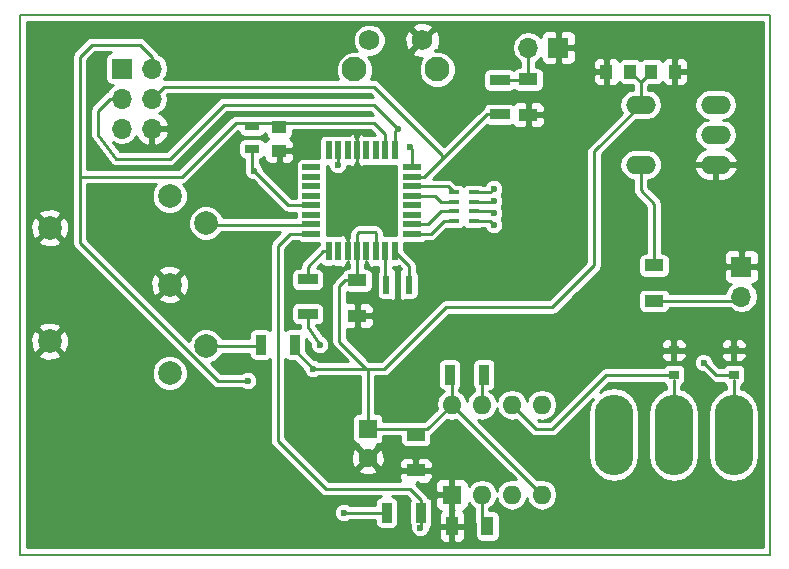
<source format=gbr>
G04 #@! TF.FileFunction,Copper,L1,Top,Signal*
%FSLAX46Y46*%
G04 Gerber Fmt 4.6, Leading zero omitted, Abs format (unit mm)*
G04 Created by KiCad (PCBNEW 4.0.7-e2-6376~58~ubuntu17.04.1) date Sat Mar 10 17:53:06 2018*
%MOMM*%
%LPD*%
G01*
G04 APERTURE LIST*
%ADD10C,0.100000*%
%ADD11C,0.150000*%
%ADD12R,1.600000X1.600000*%
%ADD13O,1.600000X1.600000*%
%ADD14R,1.600000X1.000000*%
%ADD15R,0.550000X1.600000*%
%ADD16R,1.600000X0.550000*%
%ADD17C,1.600000*%
%ADD18R,1.700000X1.700000*%
%ADD19O,1.700000X1.700000*%
%ADD20C,2.100000*%
%ADD21C,1.750000*%
%ADD22R,0.900000X0.400000*%
%ADD23R,0.600000X1.500000*%
%ADD24O,3.300000X6.800000*%
%ADD25C,2.000000*%
%ADD26O,2.540000X1.524000*%
%ADD27R,1.000000X1.600000*%
%ADD28R,1.700000X0.900000*%
%ADD29R,0.900000X1.700000*%
%ADD30R,0.900000X0.800000*%
%ADD31R,1.300000X0.700000*%
%ADD32R,1.000000X1.250000*%
%ADD33R,1.250000X1.000000*%
%ADD34C,0.600000*%
%ADD35C,0.250000*%
%ADD36C,0.254000*%
G04 APERTURE END LIST*
D10*
D11*
X120396000Y-122428000D02*
X120396000Y-76708000D01*
X183896000Y-122428000D02*
X120396000Y-122428000D01*
X183896000Y-122428000D02*
X183896000Y-76708000D01*
X183896000Y-76708000D02*
X120396000Y-76708000D01*
D12*
X156972000Y-117348000D03*
D13*
X164592000Y-109728000D03*
X159512000Y-117348000D03*
X162052000Y-109728000D03*
X162052000Y-117348000D03*
X159512000Y-109728000D03*
X164592000Y-117348000D03*
X156972000Y-109728000D03*
D14*
X174117000Y-97941000D03*
X174117000Y-100941000D03*
D15*
X146552000Y-96706000D03*
X147352000Y-96706000D03*
X148152000Y-96706000D03*
X148952000Y-96706000D03*
X149752000Y-96706000D03*
X150552000Y-96706000D03*
X151352000Y-96706000D03*
X152152000Y-96706000D03*
D16*
X153602000Y-95256000D03*
X153602000Y-94456000D03*
X153602000Y-93656000D03*
X153602000Y-92856000D03*
X153602000Y-92056000D03*
X153602000Y-91256000D03*
X153602000Y-90456000D03*
X153602000Y-89656000D03*
D15*
X152152000Y-88206000D03*
X151352000Y-88206000D03*
X150552000Y-88206000D03*
X149752000Y-88206000D03*
X148952000Y-88206000D03*
X148152000Y-88206000D03*
X147352000Y-88206000D03*
X146552000Y-88206000D03*
D16*
X145102000Y-89656000D03*
X145102000Y-90456000D03*
X145102000Y-91256000D03*
X145102000Y-92056000D03*
X145102000Y-92856000D03*
X145102000Y-93656000D03*
X145102000Y-94456000D03*
X145102000Y-95256000D03*
D12*
X149860000Y-111760000D03*
D17*
X149860000Y-114260000D03*
D18*
X129032000Y-81280000D03*
D19*
X131572000Y-81280000D03*
X129032000Y-83820000D03*
X131572000Y-83820000D03*
X129032000Y-86360000D03*
X131572000Y-86360000D03*
D20*
X155747000Y-81357000D03*
D21*
X154487000Y-78867000D03*
X149987000Y-78867000D03*
D20*
X148737000Y-81357000D03*
D22*
X157138000Y-92564000D03*
X157138000Y-93364000D03*
X157138000Y-91764000D03*
X157138000Y-94164000D03*
X158838000Y-91764000D03*
X158838000Y-92564000D03*
X158838000Y-93364000D03*
X158838000Y-94164000D03*
D23*
X151450000Y-99568000D03*
X153350000Y-99568000D03*
X152400000Y-99568000D03*
D24*
X180848000Y-112268000D03*
X170688000Y-112268000D03*
X175768000Y-112268000D03*
D18*
X181483000Y-98044000D03*
D19*
X181483000Y-100584000D03*
D18*
X165989000Y-79502000D03*
D19*
X163449000Y-79502000D03*
D25*
X122936000Y-94768000D03*
X136156000Y-94368000D03*
X136156000Y-104768000D03*
X133096000Y-107068000D03*
X133096000Y-99568000D03*
X133096000Y-92068000D03*
X122936000Y-104368000D03*
D26*
X172974000Y-84328000D03*
X172974000Y-89408000D03*
X179324000Y-84328000D03*
X179324000Y-86868000D03*
X179324000Y-89408000D03*
D14*
X153924000Y-115292000D03*
X153924000Y-112292000D03*
X163449000Y-82193000D03*
X163449000Y-85193000D03*
D27*
X156996000Y-120015000D03*
X159996000Y-120015000D03*
D14*
X148971000Y-102211000D03*
X148971000Y-99211000D03*
D28*
X144780000Y-102034000D03*
X144780000Y-99134000D03*
D29*
X154358000Y-118872000D03*
X151458000Y-118872000D03*
X143690000Y-104648000D03*
X140790000Y-104648000D03*
X156792000Y-107188000D03*
X159692000Y-107188000D03*
D28*
X161036000Y-82243000D03*
X161036000Y-85143000D03*
D30*
X175768000Y-107222000D03*
X175768000Y-105122000D03*
X180848000Y-105122000D03*
X180848000Y-107222000D03*
D31*
X140081000Y-86172000D03*
X140081000Y-88072000D03*
D32*
X175879000Y-81534000D03*
X173879000Y-81534000D03*
X170069000Y-81534000D03*
X172069000Y-81534000D03*
D33*
X142367000Y-88249000D03*
X142367000Y-86249000D03*
D34*
X145222000Y-106680000D03*
X139700000Y-107696000D03*
X143256000Y-100838000D03*
X149479000Y-92329000D03*
X136906000Y-86360000D03*
X152400000Y-98298000D03*
X160528000Y-91440000D03*
X160528000Y-92456000D03*
X160528000Y-93472000D03*
X160528000Y-94488000D03*
X145796000Y-104648000D03*
X147828000Y-118872000D03*
X154305000Y-120142000D03*
X147320000Y-89408000D03*
X152400000Y-86360000D03*
X153416000Y-87884000D03*
X140208000Y-89916000D03*
X178308000Y-106172000D03*
D35*
X172069000Y-81534000D02*
X172974000Y-82439000D01*
X172974000Y-82439000D02*
X173085000Y-82439000D01*
X173085000Y-82439000D02*
X173101000Y-82423000D01*
X173101000Y-82423000D02*
X173101000Y-82312000D01*
X172974000Y-84328000D02*
X172974000Y-82439000D01*
X172974000Y-82439000D02*
X173101000Y-82312000D01*
X173101000Y-82312000D02*
X173879000Y-81534000D01*
X149860000Y-111760000D02*
X149860000Y-106680000D01*
X156972000Y-109728000D02*
X156972000Y-107368000D01*
X156972000Y-107368000D02*
X156792000Y-107188000D01*
X149733000Y-106680000D02*
X149860000Y-106680000D01*
X149860000Y-106680000D02*
X151257000Y-106680000D01*
X169037000Y-97917000D02*
X169037000Y-88265000D01*
X165481000Y-101473000D02*
X169037000Y-97917000D01*
X156464000Y-101473000D02*
X165481000Y-101473000D01*
X151638000Y-106299000D02*
X156464000Y-101473000D01*
X169037000Y-88265000D02*
X172974000Y-84328000D01*
X151257000Y-106680000D02*
X151638000Y-106299000D01*
X172974000Y-84328000D02*
X172720000Y-84328000D01*
X156972000Y-109728000D02*
X164592000Y-117348000D01*
X153924000Y-111784000D02*
X154916000Y-111784000D01*
X154916000Y-111784000D02*
X156972000Y-109728000D01*
X149860000Y-111760000D02*
X153900000Y-111760000D01*
X153900000Y-111760000D02*
X153924000Y-111784000D01*
X148971000Y-99211000D02*
X147931000Y-99211000D01*
X147447000Y-104394000D02*
X149733000Y-106680000D01*
X147447000Y-99695000D02*
X147447000Y-104394000D01*
X147931000Y-99211000D02*
X147447000Y-99695000D01*
X148952000Y-96706000D02*
X148952000Y-95269000D01*
X150552000Y-95180000D02*
X150552000Y-96706000D01*
X150495000Y-95123000D02*
X150552000Y-95180000D01*
X149098000Y-95123000D02*
X150495000Y-95123000D01*
X148952000Y-95269000D02*
X149098000Y-95123000D01*
X148952000Y-96706000D02*
X148952000Y-99192000D01*
X148952000Y-99192000D02*
X148971000Y-99211000D01*
X142240000Y-86376000D02*
X142240000Y-86360000D01*
X142240000Y-86360000D02*
X142748000Y-85852000D01*
X143690000Y-104648000D02*
X143690000Y-105148000D01*
X143690000Y-105148000D02*
X145222000Y-106680000D01*
X125476000Y-90424000D02*
X134112000Y-90424000D01*
X138684000Y-85852000D02*
X139634000Y-85852000D01*
X137668000Y-86868000D02*
X138684000Y-85852000D01*
X134112000Y-90424000D02*
X137668000Y-86868000D01*
X139634000Y-85852000D02*
X139650000Y-85868000D01*
X139650000Y-85868000D02*
X146796000Y-85868000D01*
X146796000Y-85868000D02*
X146812000Y-85852000D01*
X146812000Y-85852000D02*
X150368000Y-85852000D01*
X150368000Y-85852000D02*
X151352000Y-86836000D01*
X151352000Y-86836000D02*
X151352000Y-88206000D01*
X131572000Y-80264000D02*
X130556000Y-79248000D01*
X130556000Y-79248000D02*
X126492000Y-79248000D01*
X126492000Y-79248000D02*
X125476000Y-80264000D01*
X131572000Y-81280000D02*
X131572000Y-80264000D01*
X149733000Y-106680000D02*
X148844000Y-106680000D01*
X148844000Y-106680000D02*
X145222000Y-106680000D01*
X125476000Y-80264000D02*
X125476000Y-89916000D01*
X125476000Y-89916000D02*
X125476000Y-90424000D01*
X125476000Y-90424000D02*
X125476000Y-90932000D01*
X125476000Y-90932000D02*
X125476000Y-96012000D01*
X125476000Y-96012000D02*
X137160000Y-107696000D01*
X137160000Y-107696000D02*
X139700000Y-107696000D01*
X148952000Y-88206000D02*
X148952000Y-91802000D01*
X148952000Y-91802000D02*
X149479000Y-92329000D01*
X152400000Y-99568000D02*
X152400000Y-98298000D01*
X159512000Y-117348000D02*
X159512000Y-119531000D01*
X159512000Y-119531000D02*
X159996000Y-120015000D01*
X162052000Y-109728000D02*
X164084000Y-111760000D01*
X170019000Y-107222000D02*
X175768000Y-107222000D01*
X165481000Y-111760000D02*
X170019000Y-107222000D01*
X164084000Y-111760000D02*
X165481000Y-111760000D01*
X159512000Y-117348000D02*
X159512000Y-118364000D01*
X175768000Y-107630000D02*
X175768000Y-112268000D01*
X160204000Y-91764000D02*
X158838000Y-91764000D01*
X160528000Y-91440000D02*
X160204000Y-91764000D01*
X159188000Y-91764000D02*
X158838000Y-91764000D01*
X160420000Y-92564000D02*
X158838000Y-92564000D01*
X160528000Y-92456000D02*
X160420000Y-92564000D01*
X160420000Y-93364000D02*
X158838000Y-93364000D01*
X160528000Y-93472000D02*
X160420000Y-93364000D01*
X160528000Y-94488000D02*
X160204000Y-94164000D01*
X160204000Y-94164000D02*
X158838000Y-94164000D01*
X144780000Y-102034000D02*
X144780000Y-103124000D01*
X144780000Y-103124000D02*
X145796000Y-104648000D01*
X151458000Y-118872000D02*
X147828000Y-118872000D01*
X154358000Y-118872000D02*
X154358000Y-120089000D01*
X154358000Y-120089000D02*
X154305000Y-120142000D01*
X154358000Y-119179000D02*
X154358000Y-117782000D01*
X143250000Y-95256000D02*
X145102000Y-95256000D01*
X142240000Y-96266000D02*
X143250000Y-95256000D01*
X142240000Y-112776000D02*
X142240000Y-96266000D01*
X146304000Y-116840000D02*
X142240000Y-112776000D01*
X153416000Y-116840000D02*
X146304000Y-116840000D01*
X154358000Y-117782000D02*
X153416000Y-116840000D01*
X145028000Y-95256000D02*
X145102000Y-95256000D01*
X145102000Y-95256000D02*
X145028000Y-95256000D01*
X151352000Y-96706000D02*
X151352000Y-99470000D01*
X151352000Y-99470000D02*
X151450000Y-99568000D01*
X152152000Y-96706000D02*
X152152000Y-96780000D01*
X152152000Y-96780000D02*
X153350000Y-97978000D01*
X153350000Y-97978000D02*
X153350000Y-99568000D01*
X152152000Y-96706000D02*
X152152000Y-96912000D01*
X147352000Y-88206000D02*
X147352000Y-89376000D01*
X147352000Y-89376000D02*
X147320000Y-89408000D01*
X136156000Y-104768000D02*
X140670000Y-104768000D01*
X140670000Y-104768000D02*
X140790000Y-104648000D01*
X140208000Y-94488000D02*
X142748000Y-94488000D01*
X142174000Y-94488000D02*
X142748000Y-94488000D01*
X142748000Y-94488000D02*
X145070000Y-94488000D01*
X145070000Y-94488000D02*
X145102000Y-94456000D01*
X136906000Y-94488000D02*
X140208000Y-94488000D01*
X140208000Y-94488000D02*
X140274000Y-94488000D01*
X136938000Y-94456000D02*
X136906000Y-94488000D01*
X156146500Y-88963500D02*
X156146500Y-88582500D01*
X132588000Y-82804000D02*
X131572000Y-83820000D01*
X150368000Y-82804000D02*
X132588000Y-82804000D01*
X156146500Y-88582500D02*
X150368000Y-82804000D01*
X161036000Y-85143000D02*
X159967000Y-85143000D01*
X154654000Y-90456000D02*
X153602000Y-90456000D01*
X159967000Y-85143000D02*
X156146500Y-88963500D01*
X156146500Y-88963500D02*
X154654000Y-90456000D01*
X152400000Y-86360000D02*
X150368000Y-84328000D01*
X128016000Y-83820000D02*
X129032000Y-83820000D01*
X127000000Y-84836000D02*
X128016000Y-83820000D01*
X127000000Y-86868000D02*
X127000000Y-84836000D01*
X128524000Y-88900000D02*
X127000000Y-86868000D01*
X133096000Y-88900000D02*
X128524000Y-88900000D01*
X137668000Y-84328000D02*
X133096000Y-88900000D01*
X150368000Y-84328000D02*
X137668000Y-84328000D01*
X150368000Y-84328000D02*
X150368000Y-84328000D01*
X152400000Y-86360000D02*
X152152000Y-86608000D01*
X152152000Y-86608000D02*
X152400000Y-86360000D01*
X152152000Y-88206000D02*
X152152000Y-86608000D01*
X152152000Y-86608000D02*
X152400000Y-86360000D01*
X174117000Y-97941000D02*
X174117000Y-92710000D01*
X172974000Y-91567000D02*
X172974000Y-89408000D01*
X174117000Y-92710000D02*
X172974000Y-91567000D01*
X172744000Y-89638000D02*
X172974000Y-89408000D01*
X153602000Y-88070000D02*
X153416000Y-87884000D01*
X153602000Y-89656000D02*
X153602000Y-88070000D01*
X140081000Y-87945000D02*
X140081000Y-89789000D01*
X140081000Y-89789000D02*
X140208000Y-89916000D01*
X140142000Y-89850000D02*
X143148000Y-92856000D01*
X140208000Y-89916000D02*
X140142000Y-89850000D01*
X143148000Y-92856000D02*
X145102000Y-92856000D01*
X161036000Y-82243000D02*
X163399000Y-82243000D01*
X163399000Y-82243000D02*
X163449000Y-82193000D01*
X163449000Y-82193000D02*
X163449000Y-79502000D01*
X174117000Y-100941000D02*
X181507000Y-100941000D01*
X181507000Y-100941000D02*
X181864000Y-100584000D01*
X153602000Y-92056000D02*
X155556000Y-92056000D01*
X156064000Y-92564000D02*
X157138000Y-92564000D01*
X155556000Y-92056000D02*
X156064000Y-92564000D01*
X153602000Y-95256000D02*
X155188000Y-95256000D01*
X156280000Y-94164000D02*
X157138000Y-94164000D01*
X155188000Y-95256000D02*
X156280000Y-94164000D01*
X153602000Y-95256000D02*
X154184000Y-95256000D01*
X153602000Y-91256000D02*
X156630000Y-91256000D01*
X156630000Y-91256000D02*
X157138000Y-91764000D01*
X153602000Y-94456000D02*
X154972000Y-94456000D01*
X156064000Y-93364000D02*
X157138000Y-93364000D01*
X154972000Y-94456000D02*
X156064000Y-93364000D01*
X159512000Y-109728000D02*
X159512000Y-107368000D01*
X159512000Y-107368000D02*
X159692000Y-107188000D01*
X179358000Y-107222000D02*
X180848000Y-107222000D01*
X178308000Y-106172000D02*
X179358000Y-107222000D01*
X180848000Y-107630000D02*
X180848000Y-112268000D01*
X159512000Y-109220000D02*
X159512000Y-109728000D01*
X146552000Y-96706000D02*
X146118000Y-96706000D01*
X144780000Y-98044000D02*
X144780000Y-99134000D01*
X146118000Y-96706000D02*
X144780000Y-98044000D01*
D36*
G36*
X183294000Y-121826000D02*
X120998000Y-121826000D01*
X120998000Y-107370407D01*
X131568735Y-107370407D01*
X131800717Y-107931846D01*
X132229894Y-108361773D01*
X132790928Y-108594735D01*
X133398407Y-108595265D01*
X133959846Y-108363283D01*
X134389773Y-107934106D01*
X134622735Y-107373072D01*
X134623265Y-106765593D01*
X134391283Y-106204154D01*
X133962106Y-105774227D01*
X133401072Y-105541265D01*
X132793593Y-105540735D01*
X132232154Y-105772717D01*
X131802227Y-106201894D01*
X131569265Y-106762928D01*
X131568735Y-107370407D01*
X120998000Y-107370407D01*
X120998000Y-105520532D01*
X121963073Y-105520532D01*
X122061736Y-105787387D01*
X122671461Y-106013908D01*
X123321460Y-105989856D01*
X123810264Y-105787387D01*
X123908927Y-105520532D01*
X122936000Y-104547605D01*
X121963073Y-105520532D01*
X120998000Y-105520532D01*
X120998000Y-104103461D01*
X121290092Y-104103461D01*
X121314144Y-104753460D01*
X121516613Y-105242264D01*
X121783468Y-105340927D01*
X122756395Y-104368000D01*
X123115605Y-104368000D01*
X124088532Y-105340927D01*
X124355387Y-105242264D01*
X124581908Y-104632539D01*
X124557856Y-103982540D01*
X124355387Y-103493736D01*
X124088532Y-103395073D01*
X123115605Y-104368000D01*
X122756395Y-104368000D01*
X121783468Y-103395073D01*
X121516613Y-103493736D01*
X121290092Y-104103461D01*
X120998000Y-104103461D01*
X120998000Y-103215468D01*
X121963073Y-103215468D01*
X122936000Y-104188395D01*
X123908927Y-103215468D01*
X123810264Y-102948613D01*
X123200539Y-102722092D01*
X122550540Y-102746144D01*
X122061736Y-102948613D01*
X121963073Y-103215468D01*
X120998000Y-103215468D01*
X120998000Y-95920532D01*
X121963073Y-95920532D01*
X122061736Y-96187387D01*
X122671461Y-96413908D01*
X123321460Y-96389856D01*
X123810264Y-96187387D01*
X123908927Y-95920532D01*
X122936000Y-94947605D01*
X121963073Y-95920532D01*
X120998000Y-95920532D01*
X120998000Y-94503461D01*
X121290092Y-94503461D01*
X121314144Y-95153460D01*
X121516613Y-95642264D01*
X121783468Y-95740927D01*
X122756395Y-94768000D01*
X123115605Y-94768000D01*
X124088532Y-95740927D01*
X124355387Y-95642264D01*
X124581908Y-95032539D01*
X124557856Y-94382540D01*
X124355387Y-93893736D01*
X124088532Y-93795073D01*
X123115605Y-94768000D01*
X122756395Y-94768000D01*
X121783468Y-93795073D01*
X121516613Y-93893736D01*
X121290092Y-94503461D01*
X120998000Y-94503461D01*
X120998000Y-93615468D01*
X121963073Y-93615468D01*
X122936000Y-94588395D01*
X123908927Y-93615468D01*
X123810264Y-93348613D01*
X123200539Y-93122092D01*
X122550540Y-93146144D01*
X122061736Y-93348613D01*
X121963073Y-93615468D01*
X120998000Y-93615468D01*
X120998000Y-80264000D01*
X124823999Y-80264000D01*
X124824000Y-80264005D01*
X124824000Y-96011995D01*
X124823999Y-96012000D01*
X124856946Y-96177631D01*
X124873631Y-96261510D01*
X124979697Y-96420250D01*
X125014966Y-96473034D01*
X136698964Y-108157031D01*
X136698966Y-108157034D01*
X136910490Y-108298369D01*
X137160000Y-108348000D01*
X139182327Y-108348000D01*
X139230930Y-108396688D01*
X139534778Y-108522856D01*
X139863779Y-108523143D01*
X140167846Y-108397505D01*
X140400688Y-108165070D01*
X140526856Y-107861222D01*
X140527143Y-107532221D01*
X140401505Y-107228154D01*
X140169070Y-106995312D01*
X139865222Y-106869144D01*
X139536221Y-106868857D01*
X139232154Y-106994495D01*
X139182562Y-107044000D01*
X137430067Y-107044000D01*
X136616153Y-106230086D01*
X137019846Y-106063283D01*
X137449773Y-105634106D01*
X137538678Y-105420000D01*
X139802676Y-105420000D01*
X139802676Y-105498000D01*
X139839423Y-105693294D01*
X139954842Y-105872660D01*
X140130951Y-105992990D01*
X140340000Y-106035324D01*
X141240000Y-106035324D01*
X141435294Y-105998577D01*
X141588000Y-105900313D01*
X141588000Y-112775995D01*
X141587999Y-112776000D01*
X141621648Y-112945158D01*
X141637631Y-113025510D01*
X141778966Y-113237034D01*
X145842966Y-117301034D01*
X146054490Y-117442369D01*
X146095887Y-117450604D01*
X146304000Y-117492001D01*
X146304005Y-117492000D01*
X150969076Y-117492000D01*
X150812706Y-117521423D01*
X150633340Y-117636842D01*
X150513010Y-117812951D01*
X150470676Y-118022000D01*
X150470676Y-118220000D01*
X148345673Y-118220000D01*
X148297070Y-118171312D01*
X147993222Y-118045144D01*
X147664221Y-118044857D01*
X147360154Y-118170495D01*
X147127312Y-118402930D01*
X147001144Y-118706778D01*
X147000857Y-119035779D01*
X147126495Y-119339846D01*
X147358930Y-119572688D01*
X147662778Y-119698856D01*
X147991779Y-119699143D01*
X148295846Y-119573505D01*
X148345438Y-119524000D01*
X150470676Y-119524000D01*
X150470676Y-119722000D01*
X150507423Y-119917294D01*
X150622842Y-120096660D01*
X150798951Y-120216990D01*
X151008000Y-120259324D01*
X151908000Y-120259324D01*
X152103294Y-120222577D01*
X152282660Y-120107158D01*
X152402990Y-119931049D01*
X152445324Y-119722000D01*
X152445324Y-118022000D01*
X152408577Y-117826706D01*
X152293158Y-117647340D01*
X152117049Y-117527010D01*
X151944167Y-117492000D01*
X153145932Y-117492000D01*
X153434878Y-117780946D01*
X153413010Y-117812951D01*
X153370676Y-118022000D01*
X153370676Y-119722000D01*
X153407423Y-119917294D01*
X153478100Y-120027129D01*
X153477857Y-120305779D01*
X153603495Y-120609846D01*
X153835930Y-120842688D01*
X154139778Y-120968856D01*
X154468779Y-120969143D01*
X154772846Y-120843505D01*
X155005688Y-120611070D01*
X155131856Y-120307222D01*
X155131861Y-120300750D01*
X155861000Y-120300750D01*
X155861000Y-120941310D01*
X155957673Y-121174699D01*
X156136302Y-121353327D01*
X156369691Y-121450000D01*
X156710250Y-121450000D01*
X156869000Y-121291250D01*
X156869000Y-120142000D01*
X157123000Y-120142000D01*
X157123000Y-121291250D01*
X157281750Y-121450000D01*
X157622309Y-121450000D01*
X157855698Y-121353327D01*
X158034327Y-121174699D01*
X158131000Y-120941310D01*
X158131000Y-120300750D01*
X157972250Y-120142000D01*
X157123000Y-120142000D01*
X156869000Y-120142000D01*
X156019750Y-120142000D01*
X155861000Y-120300750D01*
X155131861Y-120300750D01*
X155132002Y-120139756D01*
X155182660Y-120107158D01*
X155302990Y-119931049D01*
X155345324Y-119722000D01*
X155345324Y-118022000D01*
X155308577Y-117826706D01*
X155193158Y-117647340D01*
X155173269Y-117633750D01*
X155537000Y-117633750D01*
X155537000Y-118274309D01*
X155633673Y-118507698D01*
X155812301Y-118686327D01*
X156034577Y-118778397D01*
X155957673Y-118855301D01*
X155861000Y-119088690D01*
X155861000Y-119729250D01*
X156019750Y-119888000D01*
X156869000Y-119888000D01*
X156869000Y-118738750D01*
X156799750Y-118669500D01*
X156845000Y-118624250D01*
X156845000Y-117475000D01*
X155695750Y-117475000D01*
X155537000Y-117633750D01*
X155173269Y-117633750D01*
X155017049Y-117527010D01*
X154947265Y-117512878D01*
X154819034Y-117320966D01*
X154819031Y-117320964D01*
X153925068Y-116427000D01*
X154051002Y-116427000D01*
X154051002Y-116268252D01*
X154209750Y-116427000D01*
X154850310Y-116427000D01*
X154863127Y-116421691D01*
X155537000Y-116421691D01*
X155537000Y-117062250D01*
X155695750Y-117221000D01*
X156845000Y-117221000D01*
X156845000Y-116071750D01*
X156686250Y-115913000D01*
X156045690Y-115913000D01*
X155812301Y-116009673D01*
X155633673Y-116188302D01*
X155537000Y-116421691D01*
X154863127Y-116421691D01*
X155083699Y-116330327D01*
X155262327Y-116151698D01*
X155359000Y-115918309D01*
X155359000Y-115577750D01*
X155200250Y-115419000D01*
X154051000Y-115419000D01*
X154051000Y-115439000D01*
X153797000Y-115439000D01*
X153797000Y-115419000D01*
X152647750Y-115419000D01*
X152489000Y-115577750D01*
X152489000Y-115918309D01*
X152585673Y-116151698D01*
X152621975Y-116188000D01*
X146574068Y-116188000D01*
X145653813Y-115267745D01*
X149031861Y-115267745D01*
X149105995Y-115513864D01*
X149643223Y-115706965D01*
X150213454Y-115679778D01*
X150614005Y-115513864D01*
X150688139Y-115267745D01*
X149860000Y-114439605D01*
X149031861Y-115267745D01*
X145653813Y-115267745D01*
X144429291Y-114043223D01*
X148413035Y-114043223D01*
X148440222Y-114613454D01*
X148606136Y-115014005D01*
X148852255Y-115088139D01*
X149680395Y-114260000D01*
X150039605Y-114260000D01*
X150867745Y-115088139D01*
X151113864Y-115014005D01*
X151239061Y-114665691D01*
X152489000Y-114665691D01*
X152489000Y-115006250D01*
X152647750Y-115165000D01*
X153797000Y-115165000D01*
X153797000Y-114315750D01*
X154051000Y-114315750D01*
X154051000Y-115165000D01*
X155200250Y-115165000D01*
X155359000Y-115006250D01*
X155359000Y-114665691D01*
X155262327Y-114432302D01*
X155083699Y-114253673D01*
X154850310Y-114157000D01*
X154209750Y-114157000D01*
X154051000Y-114315750D01*
X153797000Y-114315750D01*
X153638250Y-114157000D01*
X152997690Y-114157000D01*
X152764301Y-114253673D01*
X152585673Y-114432302D01*
X152489000Y-114665691D01*
X151239061Y-114665691D01*
X151306965Y-114476777D01*
X151279778Y-113906546D01*
X151113864Y-113505995D01*
X150867745Y-113431861D01*
X150039605Y-114260000D01*
X149680395Y-114260000D01*
X148852255Y-113431861D01*
X148606136Y-113505995D01*
X148413035Y-114043223D01*
X144429291Y-114043223D01*
X142892000Y-112505932D01*
X142892000Y-105898049D01*
X143030951Y-105992990D01*
X143240000Y-106035324D01*
X143655256Y-106035324D01*
X144394917Y-106774984D01*
X144394857Y-106843779D01*
X144520495Y-107147846D01*
X144752930Y-107380688D01*
X145056778Y-107506856D01*
X145385779Y-107507143D01*
X145689846Y-107381505D01*
X145739438Y-107332000D01*
X149208000Y-107332000D01*
X149208000Y-110422676D01*
X149060000Y-110422676D01*
X148864706Y-110459423D01*
X148685340Y-110574842D01*
X148565010Y-110750951D01*
X148522676Y-110960000D01*
X148522676Y-112560000D01*
X148559423Y-112755294D01*
X148674842Y-112934660D01*
X148850951Y-113054990D01*
X149060000Y-113097324D01*
X149078528Y-113097324D01*
X149031861Y-113252255D01*
X149860000Y-114080395D01*
X150688139Y-113252255D01*
X150641472Y-113097324D01*
X150660000Y-113097324D01*
X150855294Y-113060577D01*
X151034660Y-112945158D01*
X151154990Y-112769049D01*
X151197324Y-112560000D01*
X151197324Y-112412000D01*
X152586676Y-112412000D01*
X152586676Y-112792000D01*
X152623423Y-112987294D01*
X152738842Y-113166660D01*
X152914951Y-113286990D01*
X153124000Y-113329324D01*
X154724000Y-113329324D01*
X154919294Y-113292577D01*
X155098660Y-113177158D01*
X155218990Y-113001049D01*
X155261324Y-112792000D01*
X155261324Y-112322349D01*
X155377034Y-112245034D01*
X156612567Y-111009501D01*
X156972000Y-111080997D01*
X157331433Y-111009501D01*
X162382720Y-116060787D01*
X162052000Y-115995003D01*
X161544179Y-116096015D01*
X161113669Y-116383672D01*
X160826012Y-116814182D01*
X160782000Y-117035445D01*
X160737988Y-116814182D01*
X160450331Y-116383672D01*
X160019821Y-116096015D01*
X159512000Y-115995003D01*
X159004179Y-116096015D01*
X158573669Y-116383672D01*
X158407000Y-116633110D01*
X158407000Y-116421691D01*
X158310327Y-116188302D01*
X158131699Y-116009673D01*
X157898310Y-115913000D01*
X157257750Y-115913000D01*
X157099000Y-116071750D01*
X157099000Y-117221000D01*
X157119000Y-117221000D01*
X157119000Y-117475000D01*
X157099000Y-117475000D01*
X157099000Y-118624250D01*
X157168250Y-118693500D01*
X157123000Y-118738750D01*
X157123000Y-119888000D01*
X157972250Y-119888000D01*
X158131000Y-119729250D01*
X158131000Y-119088690D01*
X158034327Y-118855301D01*
X157943364Y-118764338D01*
X158131699Y-118686327D01*
X158310327Y-118507698D01*
X158407000Y-118274309D01*
X158407000Y-118062890D01*
X158573669Y-118312328D01*
X158860000Y-118503648D01*
X158860000Y-119530995D01*
X158859999Y-119531000D01*
X158899435Y-119729250D01*
X158909631Y-119780510D01*
X158958676Y-119853911D01*
X158958676Y-120815000D01*
X158995423Y-121010294D01*
X159110842Y-121189660D01*
X159286951Y-121309990D01*
X159496000Y-121352324D01*
X160496000Y-121352324D01*
X160691294Y-121315577D01*
X160870660Y-121200158D01*
X160990990Y-121024049D01*
X161033324Y-120815000D01*
X161033324Y-119215000D01*
X160996577Y-119019706D01*
X160881158Y-118840340D01*
X160705049Y-118720010D01*
X160496000Y-118677676D01*
X160164000Y-118677676D01*
X160164000Y-118503648D01*
X160450331Y-118312328D01*
X160737988Y-117881818D01*
X160782000Y-117660555D01*
X160826012Y-117881818D01*
X161113669Y-118312328D01*
X161544179Y-118599985D01*
X162052000Y-118700997D01*
X162559821Y-118599985D01*
X162990331Y-118312328D01*
X163277988Y-117881818D01*
X163322000Y-117660555D01*
X163366012Y-117881818D01*
X163653669Y-118312328D01*
X164084179Y-118599985D01*
X164592000Y-118700997D01*
X165099821Y-118599985D01*
X165530331Y-118312328D01*
X165817988Y-117881818D01*
X165919000Y-117373997D01*
X165919000Y-117322003D01*
X165817988Y-116814182D01*
X165530331Y-116383672D01*
X165099821Y-116096015D01*
X164592000Y-115995003D01*
X164232566Y-116066499D01*
X159181280Y-111015213D01*
X159512000Y-111080997D01*
X160019821Y-110979985D01*
X160450331Y-110692328D01*
X160737988Y-110261818D01*
X160782000Y-110040555D01*
X160826012Y-110261818D01*
X161113669Y-110692328D01*
X161544179Y-110979985D01*
X162052000Y-111080997D01*
X162411433Y-111009501D01*
X163622966Y-112221034D01*
X163834490Y-112362369D01*
X163875887Y-112370604D01*
X164084000Y-112412001D01*
X164084005Y-112412000D01*
X165480995Y-112412000D01*
X165481000Y-112412001D01*
X165689113Y-112370604D01*
X165730510Y-112362369D01*
X165942034Y-112221034D01*
X168921598Y-109241470D01*
X168676714Y-109607964D01*
X168511000Y-110441066D01*
X168511000Y-114094934D01*
X168676714Y-114928036D01*
X169148629Y-115634305D01*
X169854898Y-116106220D01*
X170688000Y-116271934D01*
X171521102Y-116106220D01*
X172227371Y-115634305D01*
X172699286Y-114928036D01*
X172865000Y-114094934D01*
X172865000Y-110441066D01*
X172699286Y-109607964D01*
X172227371Y-108901695D01*
X171521102Y-108429780D01*
X170688000Y-108264066D01*
X169854898Y-108429780D01*
X169488404Y-108674664D01*
X170289068Y-107874000D01*
X174853912Y-107874000D01*
X174932842Y-107996660D01*
X175108951Y-108116990D01*
X175116000Y-108118417D01*
X175116000Y-108393757D01*
X174934898Y-108429780D01*
X174228629Y-108901695D01*
X173756714Y-109607964D01*
X173591000Y-110441066D01*
X173591000Y-114094934D01*
X173756714Y-114928036D01*
X174228629Y-115634305D01*
X174934898Y-116106220D01*
X175768000Y-116271934D01*
X176601102Y-116106220D01*
X177307371Y-115634305D01*
X177779286Y-114928036D01*
X177945000Y-114094934D01*
X177945000Y-110441066D01*
X177779286Y-109607964D01*
X177307371Y-108901695D01*
X176601102Y-108429780D01*
X176420000Y-108393757D01*
X176420000Y-108118262D01*
X176592660Y-108007158D01*
X176712990Y-107831049D01*
X176755324Y-107622000D01*
X176755324Y-106822000D01*
X176718577Y-106626706D01*
X176603158Y-106447340D01*
X176439883Y-106335779D01*
X177480857Y-106335779D01*
X177606495Y-106639846D01*
X177838930Y-106872688D01*
X178142778Y-106998856D01*
X178212849Y-106998917D01*
X178896964Y-107683031D01*
X178896966Y-107683034D01*
X179108490Y-107824369D01*
X179358000Y-107874000D01*
X179933912Y-107874000D01*
X180012842Y-107996660D01*
X180188951Y-108116990D01*
X180196000Y-108118417D01*
X180196000Y-108393757D01*
X180014898Y-108429780D01*
X179308629Y-108901695D01*
X178836714Y-109607964D01*
X178671000Y-110441066D01*
X178671000Y-114094934D01*
X178836714Y-114928036D01*
X179308629Y-115634305D01*
X180014898Y-116106220D01*
X180848000Y-116271934D01*
X181681102Y-116106220D01*
X182387371Y-115634305D01*
X182859286Y-114928036D01*
X183025000Y-114094934D01*
X183025000Y-110441066D01*
X182859286Y-109607964D01*
X182387371Y-108901695D01*
X181681102Y-108429780D01*
X181500000Y-108393757D01*
X181500000Y-108118262D01*
X181672660Y-108007158D01*
X181792990Y-107831049D01*
X181835324Y-107622000D01*
X181835324Y-106822000D01*
X181798577Y-106626706D01*
X181683158Y-106447340D01*
X181507049Y-106327010D01*
X181298000Y-106284676D01*
X180398000Y-106284676D01*
X180202706Y-106321423D01*
X180023340Y-106436842D01*
X179932357Y-106570000D01*
X179628067Y-106570000D01*
X179135083Y-106077015D01*
X179135143Y-106008221D01*
X179009505Y-105704154D01*
X178777070Y-105471312D01*
X178623995Y-105407750D01*
X179763000Y-105407750D01*
X179763000Y-105648309D01*
X179859673Y-105881698D01*
X180038301Y-106060327D01*
X180271690Y-106157000D01*
X180562250Y-106157000D01*
X180721000Y-105998250D01*
X180721000Y-105249000D01*
X180975000Y-105249000D01*
X180975000Y-105998250D01*
X181133750Y-106157000D01*
X181424310Y-106157000D01*
X181657699Y-106060327D01*
X181836327Y-105881698D01*
X181933000Y-105648309D01*
X181933000Y-105407750D01*
X181774250Y-105249000D01*
X180975000Y-105249000D01*
X180721000Y-105249000D01*
X179921750Y-105249000D01*
X179763000Y-105407750D01*
X178623995Y-105407750D01*
X178473222Y-105345144D01*
X178144221Y-105344857D01*
X177840154Y-105470495D01*
X177607312Y-105702930D01*
X177481144Y-106006778D01*
X177480857Y-106335779D01*
X176439883Y-106335779D01*
X176427049Y-106327010D01*
X176218000Y-106284676D01*
X175318000Y-106284676D01*
X175122706Y-106321423D01*
X174943340Y-106436842D01*
X174852357Y-106570000D01*
X170019000Y-106570000D01*
X169769490Y-106619631D01*
X169559361Y-106760034D01*
X169557966Y-106760966D01*
X165210932Y-111108000D01*
X164354068Y-111108000D01*
X164261281Y-111015213D01*
X164592000Y-111080997D01*
X165099821Y-110979985D01*
X165530331Y-110692328D01*
X165817988Y-110261818D01*
X165919000Y-109753997D01*
X165919000Y-109702003D01*
X165817988Y-109194182D01*
X165530331Y-108763672D01*
X165099821Y-108476015D01*
X164592000Y-108375003D01*
X164084179Y-108476015D01*
X163653669Y-108763672D01*
X163366012Y-109194182D01*
X163322000Y-109415445D01*
X163277988Y-109194182D01*
X162990331Y-108763672D01*
X162559821Y-108476015D01*
X162052000Y-108375003D01*
X161544179Y-108476015D01*
X161113669Y-108763672D01*
X160826012Y-109194182D01*
X160782000Y-109415445D01*
X160737988Y-109194182D01*
X160450331Y-108763672D01*
X160164000Y-108572352D01*
X160164000Y-108571184D01*
X160337294Y-108538577D01*
X160516660Y-108423158D01*
X160636990Y-108247049D01*
X160679324Y-108038000D01*
X160679324Y-106338000D01*
X160642577Y-106142706D01*
X160527158Y-105963340D01*
X160351049Y-105843010D01*
X160142000Y-105800676D01*
X159242000Y-105800676D01*
X159046706Y-105837423D01*
X158867340Y-105952842D01*
X158747010Y-106128951D01*
X158704676Y-106338000D01*
X158704676Y-108038000D01*
X158741423Y-108233294D01*
X158856842Y-108412660D01*
X158860000Y-108414818D01*
X158860000Y-108572352D01*
X158573669Y-108763672D01*
X158286012Y-109194182D01*
X158242000Y-109415445D01*
X158197988Y-109194182D01*
X157910331Y-108763672D01*
X157624000Y-108572352D01*
X157624000Y-108412416D01*
X157736990Y-108247049D01*
X157779324Y-108038000D01*
X157779324Y-106338000D01*
X157742577Y-106142706D01*
X157627158Y-105963340D01*
X157451049Y-105843010D01*
X157242000Y-105800676D01*
X156342000Y-105800676D01*
X156146706Y-105837423D01*
X155967340Y-105952842D01*
X155847010Y-106128951D01*
X155804676Y-106338000D01*
X155804676Y-108038000D01*
X155841423Y-108233294D01*
X155956842Y-108412660D01*
X156132951Y-108532990D01*
X156320000Y-108570869D01*
X156320000Y-108572352D01*
X156033669Y-108763672D01*
X155746012Y-109194182D01*
X155645000Y-109702003D01*
X155645000Y-109753997D01*
X155707869Y-110070063D01*
X154645932Y-111132000D01*
X154020657Y-111132000D01*
X153900000Y-111107999D01*
X153899995Y-111108000D01*
X151197324Y-111108000D01*
X151197324Y-110960000D01*
X151160577Y-110764706D01*
X151045158Y-110585340D01*
X150869049Y-110465010D01*
X150660000Y-110422676D01*
X150512000Y-110422676D01*
X150512000Y-107332000D01*
X151256995Y-107332000D01*
X151257000Y-107332001D01*
X151465113Y-107290604D01*
X151506510Y-107282369D01*
X151718034Y-107141034D01*
X151718035Y-107141033D01*
X152099031Y-106760036D01*
X152099034Y-106760034D01*
X153451317Y-105407750D01*
X174683000Y-105407750D01*
X174683000Y-105648309D01*
X174779673Y-105881698D01*
X174958301Y-106060327D01*
X175191690Y-106157000D01*
X175482250Y-106157000D01*
X175641000Y-105998250D01*
X175641000Y-105249000D01*
X175895000Y-105249000D01*
X175895000Y-105998250D01*
X176053750Y-106157000D01*
X176344310Y-106157000D01*
X176577699Y-106060327D01*
X176756327Y-105881698D01*
X176853000Y-105648309D01*
X176853000Y-105407750D01*
X176694250Y-105249000D01*
X175895000Y-105249000D01*
X175641000Y-105249000D01*
X174841750Y-105249000D01*
X174683000Y-105407750D01*
X153451317Y-105407750D01*
X154263376Y-104595691D01*
X174683000Y-104595691D01*
X174683000Y-104836250D01*
X174841750Y-104995000D01*
X175641000Y-104995000D01*
X175641000Y-104245750D01*
X175895000Y-104245750D01*
X175895000Y-104995000D01*
X176694250Y-104995000D01*
X176853000Y-104836250D01*
X176853000Y-104595691D01*
X179763000Y-104595691D01*
X179763000Y-104836250D01*
X179921750Y-104995000D01*
X180721000Y-104995000D01*
X180721000Y-104245750D01*
X180975000Y-104245750D01*
X180975000Y-104995000D01*
X181774250Y-104995000D01*
X181933000Y-104836250D01*
X181933000Y-104595691D01*
X181836327Y-104362302D01*
X181657699Y-104183673D01*
X181424310Y-104087000D01*
X181133750Y-104087000D01*
X180975000Y-104245750D01*
X180721000Y-104245750D01*
X180562250Y-104087000D01*
X180271690Y-104087000D01*
X180038301Y-104183673D01*
X179859673Y-104362302D01*
X179763000Y-104595691D01*
X176853000Y-104595691D01*
X176756327Y-104362302D01*
X176577699Y-104183673D01*
X176344310Y-104087000D01*
X176053750Y-104087000D01*
X175895000Y-104245750D01*
X175641000Y-104245750D01*
X175482250Y-104087000D01*
X175191690Y-104087000D01*
X174958301Y-104183673D01*
X174779673Y-104362302D01*
X174683000Y-104595691D01*
X154263376Y-104595691D01*
X156734067Y-102125000D01*
X165480995Y-102125000D01*
X165481000Y-102125001D01*
X165689113Y-102083604D01*
X165730510Y-102075369D01*
X165942034Y-101934034D01*
X165942035Y-101934033D01*
X167435067Y-100441000D01*
X172779676Y-100441000D01*
X172779676Y-101441000D01*
X172816423Y-101636294D01*
X172931842Y-101815660D01*
X173107951Y-101935990D01*
X173317000Y-101978324D01*
X174917000Y-101978324D01*
X175112294Y-101941577D01*
X175291660Y-101826158D01*
X175411990Y-101650049D01*
X175423543Y-101593000D01*
X180535188Y-101593000D01*
X180929068Y-101856182D01*
X181456023Y-101961000D01*
X181509977Y-101961000D01*
X182036932Y-101856182D01*
X182483663Y-101557686D01*
X182782159Y-101110955D01*
X182886977Y-100584000D01*
X182782159Y-100057045D01*
X182483663Y-99610314D01*
X182361968Y-99529000D01*
X182459309Y-99529000D01*
X182692698Y-99432327D01*
X182871327Y-99253699D01*
X182968000Y-99020310D01*
X182968000Y-98329750D01*
X182809250Y-98171000D01*
X181610000Y-98171000D01*
X181610000Y-98191000D01*
X181356000Y-98191000D01*
X181356000Y-98171000D01*
X180156750Y-98171000D01*
X179998000Y-98329750D01*
X179998000Y-99020310D01*
X180094673Y-99253699D01*
X180273302Y-99432327D01*
X180506691Y-99529000D01*
X180604032Y-99529000D01*
X180482337Y-99610314D01*
X180183841Y-100057045D01*
X180137702Y-100289000D01*
X175425723Y-100289000D01*
X175417577Y-100245706D01*
X175302158Y-100066340D01*
X175126049Y-99946010D01*
X174917000Y-99903676D01*
X173317000Y-99903676D01*
X173121706Y-99940423D01*
X172942340Y-100055842D01*
X172822010Y-100231951D01*
X172779676Y-100441000D01*
X167435067Y-100441000D01*
X169498031Y-98378036D01*
X169498034Y-98378034D01*
X169639369Y-98166510D01*
X169689000Y-97917000D01*
X169689000Y-89408000D01*
X171141795Y-89408000D01*
X171239914Y-89901279D01*
X171519334Y-90319461D01*
X171937516Y-90598881D01*
X172322000Y-90675359D01*
X172322000Y-91566995D01*
X172321999Y-91567000D01*
X172351844Y-91717034D01*
X172371631Y-91816510D01*
X172468597Y-91961631D01*
X172512966Y-92028034D01*
X173465000Y-92980068D01*
X173465000Y-96903676D01*
X173317000Y-96903676D01*
X173121706Y-96940423D01*
X172942340Y-97055842D01*
X172822010Y-97231951D01*
X172779676Y-97441000D01*
X172779676Y-98441000D01*
X172816423Y-98636294D01*
X172931842Y-98815660D01*
X173107951Y-98935990D01*
X173317000Y-98978324D01*
X174917000Y-98978324D01*
X175112294Y-98941577D01*
X175291660Y-98826158D01*
X175411990Y-98650049D01*
X175454324Y-98441000D01*
X175454324Y-97441000D01*
X175417577Y-97245706D01*
X175303027Y-97067690D01*
X179998000Y-97067690D01*
X179998000Y-97758250D01*
X180156750Y-97917000D01*
X181356000Y-97917000D01*
X181356000Y-96717750D01*
X181610000Y-96717750D01*
X181610000Y-97917000D01*
X182809250Y-97917000D01*
X182968000Y-97758250D01*
X182968000Y-97067690D01*
X182871327Y-96834301D01*
X182692698Y-96655673D01*
X182459309Y-96559000D01*
X181768750Y-96559000D01*
X181610000Y-96717750D01*
X181356000Y-96717750D01*
X181197250Y-96559000D01*
X180506691Y-96559000D01*
X180273302Y-96655673D01*
X180094673Y-96834301D01*
X179998000Y-97067690D01*
X175303027Y-97067690D01*
X175302158Y-97066340D01*
X175126049Y-96946010D01*
X174917000Y-96903676D01*
X174769000Y-96903676D01*
X174769000Y-92710000D01*
X174719369Y-92460490D01*
X174578034Y-92248966D01*
X173626000Y-91296932D01*
X173626000Y-90675359D01*
X174010484Y-90598881D01*
X174428666Y-90319461D01*
X174708086Y-89901279D01*
X174737964Y-89751070D01*
X177461780Y-89751070D01*
X177476740Y-89825277D01*
X177738370Y-90306026D01*
X178164059Y-90650059D01*
X178689000Y-90805000D01*
X179197000Y-90805000D01*
X179197000Y-89535000D01*
X179451000Y-89535000D01*
X179451000Y-90805000D01*
X179959000Y-90805000D01*
X180483941Y-90650059D01*
X180909630Y-90306026D01*
X181171260Y-89825277D01*
X181186220Y-89751070D01*
X181063720Y-89535000D01*
X179451000Y-89535000D01*
X179197000Y-89535000D01*
X177584280Y-89535000D01*
X177461780Y-89751070D01*
X174737964Y-89751070D01*
X174806205Y-89408000D01*
X174737965Y-89064930D01*
X177461780Y-89064930D01*
X177584280Y-89281000D01*
X179197000Y-89281000D01*
X179197000Y-89261000D01*
X179451000Y-89261000D01*
X179451000Y-89281000D01*
X181063720Y-89281000D01*
X181186220Y-89064930D01*
X181171260Y-88990723D01*
X180909630Y-88509974D01*
X180483941Y-88165941D01*
X180217548Y-88087313D01*
X180360484Y-88058881D01*
X180778666Y-87779461D01*
X181058086Y-87361279D01*
X181156205Y-86868000D01*
X181058086Y-86374721D01*
X180778666Y-85956539D01*
X180360484Y-85677119D01*
X179962725Y-85598000D01*
X180360484Y-85518881D01*
X180778666Y-85239461D01*
X181058086Y-84821279D01*
X181156205Y-84328000D01*
X181058086Y-83834721D01*
X180778666Y-83416539D01*
X180360484Y-83137119D01*
X179867205Y-83039000D01*
X178780795Y-83039000D01*
X178287516Y-83137119D01*
X177869334Y-83416539D01*
X177589914Y-83834721D01*
X177491795Y-84328000D01*
X177589914Y-84821279D01*
X177869334Y-85239461D01*
X178287516Y-85518881D01*
X178685275Y-85598000D01*
X178287516Y-85677119D01*
X177869334Y-85956539D01*
X177589914Y-86374721D01*
X177491795Y-86868000D01*
X177589914Y-87361279D01*
X177869334Y-87779461D01*
X178287516Y-88058881D01*
X178430452Y-88087313D01*
X178164059Y-88165941D01*
X177738370Y-88509974D01*
X177476740Y-88990723D01*
X177461780Y-89064930D01*
X174737965Y-89064930D01*
X174708086Y-88914721D01*
X174428666Y-88496539D01*
X174010484Y-88217119D01*
X173517205Y-88119000D01*
X172430795Y-88119000D01*
X171937516Y-88217119D01*
X171519334Y-88496539D01*
X171239914Y-88914721D01*
X171141795Y-89408000D01*
X169689000Y-89408000D01*
X169689000Y-88535068D01*
X172607067Y-85617000D01*
X173517205Y-85617000D01*
X174010484Y-85518881D01*
X174428666Y-85239461D01*
X174708086Y-84821279D01*
X174806205Y-84328000D01*
X174708086Y-83834721D01*
X174428666Y-83416539D01*
X174010484Y-83137119D01*
X173626000Y-83060641D01*
X173626000Y-82788302D01*
X173687457Y-82696324D01*
X174379000Y-82696324D01*
X174574294Y-82659577D01*
X174753660Y-82544158D01*
X174814398Y-82455265D01*
X174840673Y-82518699D01*
X175019302Y-82697327D01*
X175252691Y-82794000D01*
X175593250Y-82794000D01*
X175752000Y-82635250D01*
X175752000Y-81661000D01*
X176006000Y-81661000D01*
X176006000Y-82635250D01*
X176164750Y-82794000D01*
X176505309Y-82794000D01*
X176738698Y-82697327D01*
X176917327Y-82518699D01*
X177014000Y-82285310D01*
X177014000Y-81819750D01*
X176855250Y-81661000D01*
X176006000Y-81661000D01*
X175752000Y-81661000D01*
X175732000Y-81661000D01*
X175732000Y-81407000D01*
X175752000Y-81407000D01*
X175752000Y-80432750D01*
X176006000Y-80432750D01*
X176006000Y-81407000D01*
X176855250Y-81407000D01*
X177014000Y-81248250D01*
X177014000Y-80782690D01*
X176917327Y-80549301D01*
X176738698Y-80370673D01*
X176505309Y-80274000D01*
X176164750Y-80274000D01*
X176006000Y-80432750D01*
X175752000Y-80432750D01*
X175593250Y-80274000D01*
X175252691Y-80274000D01*
X175019302Y-80370673D01*
X174840673Y-80549301D01*
X174814478Y-80612540D01*
X174764158Y-80534340D01*
X174588049Y-80414010D01*
X174379000Y-80371676D01*
X173379000Y-80371676D01*
X173183706Y-80408423D01*
X173004340Y-80523842D01*
X172975018Y-80566757D01*
X172954158Y-80534340D01*
X172778049Y-80414010D01*
X172569000Y-80371676D01*
X171569000Y-80371676D01*
X171373706Y-80408423D01*
X171194340Y-80523842D01*
X171133602Y-80612735D01*
X171107327Y-80549301D01*
X170928698Y-80370673D01*
X170695309Y-80274000D01*
X170354750Y-80274000D01*
X170196000Y-80432750D01*
X170196000Y-81407000D01*
X170216000Y-81407000D01*
X170216000Y-81661000D01*
X170196000Y-81661000D01*
X170196000Y-82635250D01*
X170354750Y-82794000D01*
X170695309Y-82794000D01*
X170928698Y-82697327D01*
X171107327Y-82518699D01*
X171133522Y-82455460D01*
X171183842Y-82533660D01*
X171359951Y-82653990D01*
X171569000Y-82696324D01*
X172309257Y-82696324D01*
X172322000Y-82709067D01*
X172322000Y-83060641D01*
X171937516Y-83137119D01*
X171519334Y-83416539D01*
X171239914Y-83834721D01*
X171141795Y-84328000D01*
X171239914Y-84821279D01*
X171367583Y-85012350D01*
X168575966Y-87803966D01*
X168434631Y-88015490D01*
X168434631Y-88015491D01*
X168384999Y-88265000D01*
X168385000Y-88265005D01*
X168385000Y-97646933D01*
X165210932Y-100821000D01*
X156464005Y-100821000D01*
X156464000Y-100820999D01*
X156214491Y-100870630D01*
X156214489Y-100870631D01*
X156214490Y-100870631D01*
X156002966Y-101011966D01*
X156002964Y-101011969D01*
X151176966Y-105837966D01*
X151176964Y-105837969D01*
X150986933Y-106028000D01*
X150003067Y-106028000D01*
X148099000Y-104123932D01*
X148099000Y-103346000D01*
X148685250Y-103346000D01*
X148844000Y-103187250D01*
X148844000Y-102338000D01*
X149098000Y-102338000D01*
X149098000Y-103187250D01*
X149256750Y-103346000D01*
X149897310Y-103346000D01*
X150130699Y-103249327D01*
X150309327Y-103070698D01*
X150406000Y-102837309D01*
X150406000Y-102496750D01*
X150247250Y-102338000D01*
X149098000Y-102338000D01*
X148844000Y-102338000D01*
X148824000Y-102338000D01*
X148824000Y-102084000D01*
X148844000Y-102084000D01*
X148844000Y-101234750D01*
X149098000Y-101234750D01*
X149098000Y-102084000D01*
X150247250Y-102084000D01*
X150406000Y-101925250D01*
X150406000Y-101584691D01*
X150309327Y-101351302D01*
X150130699Y-101172673D01*
X149897310Y-101076000D01*
X149256750Y-101076000D01*
X149098000Y-101234750D01*
X148844000Y-101234750D01*
X148685250Y-101076000D01*
X148099000Y-101076000D01*
X148099000Y-100233743D01*
X148171000Y-100248324D01*
X149771000Y-100248324D01*
X149966294Y-100211577D01*
X150145660Y-100096158D01*
X150265990Y-99920049D01*
X150308324Y-99711000D01*
X150308324Y-98711000D01*
X150271577Y-98515706D01*
X150156158Y-98336340D01*
X149980049Y-98216010D01*
X149771000Y-98173676D01*
X149604000Y-98173676D01*
X149604000Y-98003250D01*
X149625000Y-97982250D01*
X149625000Y-97856999D01*
X149721990Y-97715049D01*
X149751547Y-97569092D01*
X149776423Y-97701294D01*
X149879000Y-97860703D01*
X149879000Y-97982250D01*
X150037750Y-98141000D01*
X150153310Y-98141000D01*
X150386699Y-98044327D01*
X150387702Y-98043324D01*
X150700000Y-98043324D01*
X150700000Y-98543106D01*
X150655010Y-98608951D01*
X150612676Y-98818000D01*
X150612676Y-100318000D01*
X150649423Y-100513294D01*
X150764842Y-100692660D01*
X150940951Y-100812990D01*
X151150000Y-100855324D01*
X151739299Y-100855324D01*
X151740302Y-100856327D01*
X151973691Y-100953000D01*
X152114250Y-100953000D01*
X152273000Y-100794250D01*
X152273000Y-100388733D01*
X152287324Y-100318000D01*
X152287324Y-98818000D01*
X152273000Y-98741874D01*
X152273000Y-98341750D01*
X152114250Y-98183000D01*
X152004000Y-98183000D01*
X152004000Y-98043324D01*
X152427000Y-98043324D01*
X152482763Y-98032831D01*
X152659341Y-98209409D01*
X152527000Y-98341750D01*
X152527000Y-98747267D01*
X152512676Y-98818000D01*
X152512676Y-100318000D01*
X152527000Y-100394126D01*
X152527000Y-100794250D01*
X152685750Y-100953000D01*
X152826309Y-100953000D01*
X153059698Y-100856327D01*
X153060701Y-100855324D01*
X153650000Y-100855324D01*
X153845294Y-100818577D01*
X154024660Y-100703158D01*
X154144990Y-100527049D01*
X154187324Y-100318000D01*
X154187324Y-98818000D01*
X154150577Y-98622706D01*
X154035158Y-98443340D01*
X154002000Y-98420684D01*
X154002000Y-97978005D01*
X154002001Y-97978000D01*
X153952370Y-97728491D01*
X153811034Y-97516966D01*
X152964324Y-96670256D01*
X152964324Y-96068324D01*
X154402000Y-96068324D01*
X154597294Y-96031577D01*
X154776660Y-95916158D01*
X154782234Y-95908000D01*
X155187995Y-95908000D01*
X155188000Y-95908001D01*
X155396113Y-95866604D01*
X155437510Y-95858369D01*
X155649034Y-95717034D01*
X156502341Y-94863727D01*
X156688000Y-94901324D01*
X157588000Y-94901324D01*
X157783294Y-94864577D01*
X157962660Y-94749158D01*
X157986832Y-94713780D01*
X158002842Y-94738660D01*
X158178951Y-94858990D01*
X158388000Y-94901324D01*
X159288000Y-94901324D01*
X159483294Y-94864577D01*
X159558785Y-94816000D01*
X159768712Y-94816000D01*
X159826495Y-94955846D01*
X160058930Y-95188688D01*
X160362778Y-95314856D01*
X160691779Y-95315143D01*
X160995846Y-95189505D01*
X161228688Y-94957070D01*
X161354856Y-94653222D01*
X161355143Y-94324221D01*
X161229505Y-94020154D01*
X161189555Y-93980134D01*
X161228688Y-93941070D01*
X161354856Y-93637222D01*
X161355143Y-93308221D01*
X161229505Y-93004154D01*
X161189555Y-92964134D01*
X161228688Y-92925070D01*
X161354856Y-92621222D01*
X161355143Y-92292221D01*
X161229505Y-91988154D01*
X161189555Y-91948134D01*
X161228688Y-91909070D01*
X161354856Y-91605222D01*
X161355143Y-91276221D01*
X161229505Y-90972154D01*
X160997070Y-90739312D01*
X160693222Y-90613144D01*
X160364221Y-90612857D01*
X160060154Y-90738495D01*
X159827312Y-90970930D01*
X159768735Y-91112000D01*
X159559967Y-91112000D01*
X159497049Y-91069010D01*
X159288000Y-91026676D01*
X158388000Y-91026676D01*
X158192706Y-91063423D01*
X158013340Y-91178842D01*
X157989168Y-91214220D01*
X157973158Y-91189340D01*
X157797049Y-91069010D01*
X157588000Y-91026676D01*
X157322744Y-91026676D01*
X157091034Y-90794966D01*
X157007741Y-90739312D01*
X156879510Y-90653631D01*
X156838113Y-90645396D01*
X156630000Y-90603999D01*
X156629995Y-90604000D01*
X155428068Y-90604000D01*
X156607531Y-89424536D01*
X156607534Y-89424534D01*
X159957422Y-86074646D01*
X159976951Y-86087990D01*
X160186000Y-86130324D01*
X161886000Y-86130324D01*
X162081294Y-86093577D01*
X162124043Y-86066068D01*
X162289301Y-86231327D01*
X162522690Y-86328000D01*
X163163250Y-86328000D01*
X163322000Y-86169250D01*
X163322000Y-85320000D01*
X163576000Y-85320000D01*
X163576000Y-86169250D01*
X163734750Y-86328000D01*
X164375310Y-86328000D01*
X164608699Y-86231327D01*
X164787327Y-86052698D01*
X164884000Y-85819309D01*
X164884000Y-85478750D01*
X164725250Y-85320000D01*
X163576000Y-85320000D01*
X163322000Y-85320000D01*
X163302000Y-85320000D01*
X163302000Y-85066000D01*
X163322000Y-85066000D01*
X163322000Y-84216750D01*
X163576000Y-84216750D01*
X163576000Y-85066000D01*
X164725250Y-85066000D01*
X164884000Y-84907250D01*
X164884000Y-84566691D01*
X164787327Y-84333302D01*
X164608699Y-84154673D01*
X164375310Y-84058000D01*
X163734750Y-84058000D01*
X163576000Y-84216750D01*
X163322000Y-84216750D01*
X163163250Y-84058000D01*
X162522690Y-84058000D01*
X162289301Y-84154673D01*
X162184705Y-84259269D01*
X162095049Y-84198010D01*
X161886000Y-84155676D01*
X160186000Y-84155676D01*
X159990706Y-84192423D01*
X159811340Y-84307842D01*
X159691010Y-84483951D01*
X159673592Y-84569963D01*
X159505966Y-84681966D01*
X156337000Y-87850932D01*
X150829034Y-82342966D01*
X150692092Y-82251465D01*
X150617510Y-82201631D01*
X150556474Y-82189490D01*
X150368000Y-82151999D01*
X150367995Y-82152000D01*
X150114437Y-82152000D01*
X150313725Y-81672061D01*
X150314273Y-81044692D01*
X150074695Y-80464868D01*
X149879075Y-80268906D01*
X150264652Y-80269243D01*
X150780132Y-80056251D01*
X150907545Y-79929060D01*
X153604545Y-79929060D01*
X153687884Y-80182953D01*
X154252306Y-80388590D01*
X154495497Y-80378050D01*
X154410864Y-80462535D01*
X154170275Y-81041939D01*
X154169727Y-81669308D01*
X154409305Y-82249132D01*
X154852535Y-82693136D01*
X155431939Y-82933725D01*
X156059308Y-82934273D01*
X156639132Y-82694695D01*
X157083136Y-82251465D01*
X157273506Y-81793000D01*
X159648676Y-81793000D01*
X159648676Y-82693000D01*
X159685423Y-82888294D01*
X159800842Y-83067660D01*
X159976951Y-83187990D01*
X160186000Y-83230324D01*
X161886000Y-83230324D01*
X162081294Y-83193577D01*
X162260660Y-83078158D01*
X162266563Y-83069519D01*
X162439951Y-83187990D01*
X162649000Y-83230324D01*
X164249000Y-83230324D01*
X164444294Y-83193577D01*
X164623660Y-83078158D01*
X164743990Y-82902049D01*
X164786324Y-82693000D01*
X164786324Y-81819750D01*
X168934000Y-81819750D01*
X168934000Y-82285310D01*
X169030673Y-82518699D01*
X169209302Y-82697327D01*
X169442691Y-82794000D01*
X169783250Y-82794000D01*
X169942000Y-82635250D01*
X169942000Y-81661000D01*
X169092750Y-81661000D01*
X168934000Y-81819750D01*
X164786324Y-81819750D01*
X164786324Y-81693000D01*
X164749577Y-81497706D01*
X164634158Y-81318340D01*
X164458049Y-81198010D01*
X164249000Y-81155676D01*
X164101000Y-81155676D01*
X164101000Y-80717607D01*
X164422686Y-80502663D01*
X164504000Y-80380968D01*
X164504000Y-80478309D01*
X164600673Y-80711698D01*
X164779301Y-80890327D01*
X165012690Y-80987000D01*
X165703250Y-80987000D01*
X165862000Y-80828250D01*
X165862000Y-79629000D01*
X166116000Y-79629000D01*
X166116000Y-80828250D01*
X166274750Y-80987000D01*
X166965310Y-80987000D01*
X167198699Y-80890327D01*
X167306335Y-80782690D01*
X168934000Y-80782690D01*
X168934000Y-81248250D01*
X169092750Y-81407000D01*
X169942000Y-81407000D01*
X169942000Y-80432750D01*
X169783250Y-80274000D01*
X169442691Y-80274000D01*
X169209302Y-80370673D01*
X169030673Y-80549301D01*
X168934000Y-80782690D01*
X167306335Y-80782690D01*
X167377327Y-80711698D01*
X167474000Y-80478309D01*
X167474000Y-79787750D01*
X167315250Y-79629000D01*
X166116000Y-79629000D01*
X165862000Y-79629000D01*
X165842000Y-79629000D01*
X165842000Y-79375000D01*
X165862000Y-79375000D01*
X165862000Y-78175750D01*
X166116000Y-78175750D01*
X166116000Y-79375000D01*
X167315250Y-79375000D01*
X167474000Y-79216250D01*
X167474000Y-78525691D01*
X167377327Y-78292302D01*
X167198699Y-78113673D01*
X166965310Y-78017000D01*
X166274750Y-78017000D01*
X166116000Y-78175750D01*
X165862000Y-78175750D01*
X165703250Y-78017000D01*
X165012690Y-78017000D01*
X164779301Y-78113673D01*
X164600673Y-78292302D01*
X164504000Y-78525691D01*
X164504000Y-78623032D01*
X164422686Y-78501337D01*
X163975955Y-78202841D01*
X163449000Y-78098023D01*
X162922045Y-78202841D01*
X162475314Y-78501337D01*
X162176818Y-78948068D01*
X162072000Y-79475023D01*
X162072000Y-79528977D01*
X162176818Y-80055932D01*
X162475314Y-80502663D01*
X162797000Y-80717607D01*
X162797000Y-81155676D01*
X162649000Y-81155676D01*
X162453706Y-81192423D01*
X162274340Y-81307842D01*
X162221857Y-81384654D01*
X162095049Y-81298010D01*
X161886000Y-81255676D01*
X160186000Y-81255676D01*
X159990706Y-81292423D01*
X159811340Y-81407842D01*
X159691010Y-81583951D01*
X159648676Y-81793000D01*
X157273506Y-81793000D01*
X157323725Y-81672061D01*
X157324273Y-81044692D01*
X157084695Y-80464868D01*
X156641465Y-80020864D01*
X156062061Y-79780275D01*
X155579461Y-79779853D01*
X155549062Y-79749454D01*
X155802953Y-79666116D01*
X156008590Y-79101694D01*
X155982579Y-78501542D01*
X155802953Y-78067884D01*
X155549060Y-77984545D01*
X154666605Y-78867000D01*
X154680748Y-78881143D01*
X154501143Y-79060748D01*
X154487000Y-79046605D01*
X153604545Y-79929060D01*
X150907545Y-79929060D01*
X151174865Y-79662206D01*
X151388756Y-79147099D01*
X151389205Y-78632306D01*
X152965410Y-78632306D01*
X152991421Y-79232458D01*
X153171047Y-79666116D01*
X153424940Y-79749455D01*
X154307395Y-78867000D01*
X153424940Y-77984545D01*
X153171047Y-78067884D01*
X152965410Y-78632306D01*
X151389205Y-78632306D01*
X151389243Y-78589348D01*
X151176251Y-78073868D01*
X150907792Y-77804940D01*
X153604545Y-77804940D01*
X154487000Y-78687395D01*
X155369455Y-77804940D01*
X155286116Y-77551047D01*
X154721694Y-77345410D01*
X154121542Y-77371421D01*
X153687884Y-77551047D01*
X153604545Y-77804940D01*
X150907792Y-77804940D01*
X150782206Y-77679135D01*
X150267099Y-77465244D01*
X149709348Y-77464757D01*
X149193868Y-77677749D01*
X148799135Y-78071794D01*
X148585244Y-78586901D01*
X148584757Y-79144652D01*
X148797749Y-79660132D01*
X148917565Y-79780158D01*
X148424692Y-79779727D01*
X147844868Y-80019305D01*
X147400864Y-80462535D01*
X147160275Y-81041939D01*
X147159727Y-81669308D01*
X147359171Y-82152000D01*
X132640607Y-82152000D01*
X132871159Y-81806955D01*
X132975977Y-81280000D01*
X132871159Y-80753045D01*
X132572663Y-80306314D01*
X132180263Y-80044121D01*
X132174369Y-80014491D01*
X132174369Y-80014490D01*
X132033034Y-79802966D01*
X131017034Y-78786966D01*
X130805510Y-78645631D01*
X130764113Y-78637396D01*
X130556000Y-78595999D01*
X130555995Y-78596000D01*
X126492005Y-78596000D01*
X126492000Y-78595999D01*
X126283887Y-78637396D01*
X126242490Y-78645631D01*
X126030966Y-78786966D01*
X125014966Y-79802966D01*
X124873631Y-80014490D01*
X124873631Y-80014491D01*
X124823999Y-80264000D01*
X120998000Y-80264000D01*
X120998000Y-77310000D01*
X183294000Y-77310000D01*
X183294000Y-121826000D01*
X183294000Y-121826000D01*
G37*
X183294000Y-121826000D02*
X120998000Y-121826000D01*
X120998000Y-107370407D01*
X131568735Y-107370407D01*
X131800717Y-107931846D01*
X132229894Y-108361773D01*
X132790928Y-108594735D01*
X133398407Y-108595265D01*
X133959846Y-108363283D01*
X134389773Y-107934106D01*
X134622735Y-107373072D01*
X134623265Y-106765593D01*
X134391283Y-106204154D01*
X133962106Y-105774227D01*
X133401072Y-105541265D01*
X132793593Y-105540735D01*
X132232154Y-105772717D01*
X131802227Y-106201894D01*
X131569265Y-106762928D01*
X131568735Y-107370407D01*
X120998000Y-107370407D01*
X120998000Y-105520532D01*
X121963073Y-105520532D01*
X122061736Y-105787387D01*
X122671461Y-106013908D01*
X123321460Y-105989856D01*
X123810264Y-105787387D01*
X123908927Y-105520532D01*
X122936000Y-104547605D01*
X121963073Y-105520532D01*
X120998000Y-105520532D01*
X120998000Y-104103461D01*
X121290092Y-104103461D01*
X121314144Y-104753460D01*
X121516613Y-105242264D01*
X121783468Y-105340927D01*
X122756395Y-104368000D01*
X123115605Y-104368000D01*
X124088532Y-105340927D01*
X124355387Y-105242264D01*
X124581908Y-104632539D01*
X124557856Y-103982540D01*
X124355387Y-103493736D01*
X124088532Y-103395073D01*
X123115605Y-104368000D01*
X122756395Y-104368000D01*
X121783468Y-103395073D01*
X121516613Y-103493736D01*
X121290092Y-104103461D01*
X120998000Y-104103461D01*
X120998000Y-103215468D01*
X121963073Y-103215468D01*
X122936000Y-104188395D01*
X123908927Y-103215468D01*
X123810264Y-102948613D01*
X123200539Y-102722092D01*
X122550540Y-102746144D01*
X122061736Y-102948613D01*
X121963073Y-103215468D01*
X120998000Y-103215468D01*
X120998000Y-95920532D01*
X121963073Y-95920532D01*
X122061736Y-96187387D01*
X122671461Y-96413908D01*
X123321460Y-96389856D01*
X123810264Y-96187387D01*
X123908927Y-95920532D01*
X122936000Y-94947605D01*
X121963073Y-95920532D01*
X120998000Y-95920532D01*
X120998000Y-94503461D01*
X121290092Y-94503461D01*
X121314144Y-95153460D01*
X121516613Y-95642264D01*
X121783468Y-95740927D01*
X122756395Y-94768000D01*
X123115605Y-94768000D01*
X124088532Y-95740927D01*
X124355387Y-95642264D01*
X124581908Y-95032539D01*
X124557856Y-94382540D01*
X124355387Y-93893736D01*
X124088532Y-93795073D01*
X123115605Y-94768000D01*
X122756395Y-94768000D01*
X121783468Y-93795073D01*
X121516613Y-93893736D01*
X121290092Y-94503461D01*
X120998000Y-94503461D01*
X120998000Y-93615468D01*
X121963073Y-93615468D01*
X122936000Y-94588395D01*
X123908927Y-93615468D01*
X123810264Y-93348613D01*
X123200539Y-93122092D01*
X122550540Y-93146144D01*
X122061736Y-93348613D01*
X121963073Y-93615468D01*
X120998000Y-93615468D01*
X120998000Y-80264000D01*
X124823999Y-80264000D01*
X124824000Y-80264005D01*
X124824000Y-96011995D01*
X124823999Y-96012000D01*
X124856946Y-96177631D01*
X124873631Y-96261510D01*
X124979697Y-96420250D01*
X125014966Y-96473034D01*
X136698964Y-108157031D01*
X136698966Y-108157034D01*
X136910490Y-108298369D01*
X137160000Y-108348000D01*
X139182327Y-108348000D01*
X139230930Y-108396688D01*
X139534778Y-108522856D01*
X139863779Y-108523143D01*
X140167846Y-108397505D01*
X140400688Y-108165070D01*
X140526856Y-107861222D01*
X140527143Y-107532221D01*
X140401505Y-107228154D01*
X140169070Y-106995312D01*
X139865222Y-106869144D01*
X139536221Y-106868857D01*
X139232154Y-106994495D01*
X139182562Y-107044000D01*
X137430067Y-107044000D01*
X136616153Y-106230086D01*
X137019846Y-106063283D01*
X137449773Y-105634106D01*
X137538678Y-105420000D01*
X139802676Y-105420000D01*
X139802676Y-105498000D01*
X139839423Y-105693294D01*
X139954842Y-105872660D01*
X140130951Y-105992990D01*
X140340000Y-106035324D01*
X141240000Y-106035324D01*
X141435294Y-105998577D01*
X141588000Y-105900313D01*
X141588000Y-112775995D01*
X141587999Y-112776000D01*
X141621648Y-112945158D01*
X141637631Y-113025510D01*
X141778966Y-113237034D01*
X145842966Y-117301034D01*
X146054490Y-117442369D01*
X146095887Y-117450604D01*
X146304000Y-117492001D01*
X146304005Y-117492000D01*
X150969076Y-117492000D01*
X150812706Y-117521423D01*
X150633340Y-117636842D01*
X150513010Y-117812951D01*
X150470676Y-118022000D01*
X150470676Y-118220000D01*
X148345673Y-118220000D01*
X148297070Y-118171312D01*
X147993222Y-118045144D01*
X147664221Y-118044857D01*
X147360154Y-118170495D01*
X147127312Y-118402930D01*
X147001144Y-118706778D01*
X147000857Y-119035779D01*
X147126495Y-119339846D01*
X147358930Y-119572688D01*
X147662778Y-119698856D01*
X147991779Y-119699143D01*
X148295846Y-119573505D01*
X148345438Y-119524000D01*
X150470676Y-119524000D01*
X150470676Y-119722000D01*
X150507423Y-119917294D01*
X150622842Y-120096660D01*
X150798951Y-120216990D01*
X151008000Y-120259324D01*
X151908000Y-120259324D01*
X152103294Y-120222577D01*
X152282660Y-120107158D01*
X152402990Y-119931049D01*
X152445324Y-119722000D01*
X152445324Y-118022000D01*
X152408577Y-117826706D01*
X152293158Y-117647340D01*
X152117049Y-117527010D01*
X151944167Y-117492000D01*
X153145932Y-117492000D01*
X153434878Y-117780946D01*
X153413010Y-117812951D01*
X153370676Y-118022000D01*
X153370676Y-119722000D01*
X153407423Y-119917294D01*
X153478100Y-120027129D01*
X153477857Y-120305779D01*
X153603495Y-120609846D01*
X153835930Y-120842688D01*
X154139778Y-120968856D01*
X154468779Y-120969143D01*
X154772846Y-120843505D01*
X155005688Y-120611070D01*
X155131856Y-120307222D01*
X155131861Y-120300750D01*
X155861000Y-120300750D01*
X155861000Y-120941310D01*
X155957673Y-121174699D01*
X156136302Y-121353327D01*
X156369691Y-121450000D01*
X156710250Y-121450000D01*
X156869000Y-121291250D01*
X156869000Y-120142000D01*
X157123000Y-120142000D01*
X157123000Y-121291250D01*
X157281750Y-121450000D01*
X157622309Y-121450000D01*
X157855698Y-121353327D01*
X158034327Y-121174699D01*
X158131000Y-120941310D01*
X158131000Y-120300750D01*
X157972250Y-120142000D01*
X157123000Y-120142000D01*
X156869000Y-120142000D01*
X156019750Y-120142000D01*
X155861000Y-120300750D01*
X155131861Y-120300750D01*
X155132002Y-120139756D01*
X155182660Y-120107158D01*
X155302990Y-119931049D01*
X155345324Y-119722000D01*
X155345324Y-118022000D01*
X155308577Y-117826706D01*
X155193158Y-117647340D01*
X155173269Y-117633750D01*
X155537000Y-117633750D01*
X155537000Y-118274309D01*
X155633673Y-118507698D01*
X155812301Y-118686327D01*
X156034577Y-118778397D01*
X155957673Y-118855301D01*
X155861000Y-119088690D01*
X155861000Y-119729250D01*
X156019750Y-119888000D01*
X156869000Y-119888000D01*
X156869000Y-118738750D01*
X156799750Y-118669500D01*
X156845000Y-118624250D01*
X156845000Y-117475000D01*
X155695750Y-117475000D01*
X155537000Y-117633750D01*
X155173269Y-117633750D01*
X155017049Y-117527010D01*
X154947265Y-117512878D01*
X154819034Y-117320966D01*
X154819031Y-117320964D01*
X153925068Y-116427000D01*
X154051002Y-116427000D01*
X154051002Y-116268252D01*
X154209750Y-116427000D01*
X154850310Y-116427000D01*
X154863127Y-116421691D01*
X155537000Y-116421691D01*
X155537000Y-117062250D01*
X155695750Y-117221000D01*
X156845000Y-117221000D01*
X156845000Y-116071750D01*
X156686250Y-115913000D01*
X156045690Y-115913000D01*
X155812301Y-116009673D01*
X155633673Y-116188302D01*
X155537000Y-116421691D01*
X154863127Y-116421691D01*
X155083699Y-116330327D01*
X155262327Y-116151698D01*
X155359000Y-115918309D01*
X155359000Y-115577750D01*
X155200250Y-115419000D01*
X154051000Y-115419000D01*
X154051000Y-115439000D01*
X153797000Y-115439000D01*
X153797000Y-115419000D01*
X152647750Y-115419000D01*
X152489000Y-115577750D01*
X152489000Y-115918309D01*
X152585673Y-116151698D01*
X152621975Y-116188000D01*
X146574068Y-116188000D01*
X145653813Y-115267745D01*
X149031861Y-115267745D01*
X149105995Y-115513864D01*
X149643223Y-115706965D01*
X150213454Y-115679778D01*
X150614005Y-115513864D01*
X150688139Y-115267745D01*
X149860000Y-114439605D01*
X149031861Y-115267745D01*
X145653813Y-115267745D01*
X144429291Y-114043223D01*
X148413035Y-114043223D01*
X148440222Y-114613454D01*
X148606136Y-115014005D01*
X148852255Y-115088139D01*
X149680395Y-114260000D01*
X150039605Y-114260000D01*
X150867745Y-115088139D01*
X151113864Y-115014005D01*
X151239061Y-114665691D01*
X152489000Y-114665691D01*
X152489000Y-115006250D01*
X152647750Y-115165000D01*
X153797000Y-115165000D01*
X153797000Y-114315750D01*
X154051000Y-114315750D01*
X154051000Y-115165000D01*
X155200250Y-115165000D01*
X155359000Y-115006250D01*
X155359000Y-114665691D01*
X155262327Y-114432302D01*
X155083699Y-114253673D01*
X154850310Y-114157000D01*
X154209750Y-114157000D01*
X154051000Y-114315750D01*
X153797000Y-114315750D01*
X153638250Y-114157000D01*
X152997690Y-114157000D01*
X152764301Y-114253673D01*
X152585673Y-114432302D01*
X152489000Y-114665691D01*
X151239061Y-114665691D01*
X151306965Y-114476777D01*
X151279778Y-113906546D01*
X151113864Y-113505995D01*
X150867745Y-113431861D01*
X150039605Y-114260000D01*
X149680395Y-114260000D01*
X148852255Y-113431861D01*
X148606136Y-113505995D01*
X148413035Y-114043223D01*
X144429291Y-114043223D01*
X142892000Y-112505932D01*
X142892000Y-105898049D01*
X143030951Y-105992990D01*
X143240000Y-106035324D01*
X143655256Y-106035324D01*
X144394917Y-106774984D01*
X144394857Y-106843779D01*
X144520495Y-107147846D01*
X144752930Y-107380688D01*
X145056778Y-107506856D01*
X145385779Y-107507143D01*
X145689846Y-107381505D01*
X145739438Y-107332000D01*
X149208000Y-107332000D01*
X149208000Y-110422676D01*
X149060000Y-110422676D01*
X148864706Y-110459423D01*
X148685340Y-110574842D01*
X148565010Y-110750951D01*
X148522676Y-110960000D01*
X148522676Y-112560000D01*
X148559423Y-112755294D01*
X148674842Y-112934660D01*
X148850951Y-113054990D01*
X149060000Y-113097324D01*
X149078528Y-113097324D01*
X149031861Y-113252255D01*
X149860000Y-114080395D01*
X150688139Y-113252255D01*
X150641472Y-113097324D01*
X150660000Y-113097324D01*
X150855294Y-113060577D01*
X151034660Y-112945158D01*
X151154990Y-112769049D01*
X151197324Y-112560000D01*
X151197324Y-112412000D01*
X152586676Y-112412000D01*
X152586676Y-112792000D01*
X152623423Y-112987294D01*
X152738842Y-113166660D01*
X152914951Y-113286990D01*
X153124000Y-113329324D01*
X154724000Y-113329324D01*
X154919294Y-113292577D01*
X155098660Y-113177158D01*
X155218990Y-113001049D01*
X155261324Y-112792000D01*
X155261324Y-112322349D01*
X155377034Y-112245034D01*
X156612567Y-111009501D01*
X156972000Y-111080997D01*
X157331433Y-111009501D01*
X162382720Y-116060787D01*
X162052000Y-115995003D01*
X161544179Y-116096015D01*
X161113669Y-116383672D01*
X160826012Y-116814182D01*
X160782000Y-117035445D01*
X160737988Y-116814182D01*
X160450331Y-116383672D01*
X160019821Y-116096015D01*
X159512000Y-115995003D01*
X159004179Y-116096015D01*
X158573669Y-116383672D01*
X158407000Y-116633110D01*
X158407000Y-116421691D01*
X158310327Y-116188302D01*
X158131699Y-116009673D01*
X157898310Y-115913000D01*
X157257750Y-115913000D01*
X157099000Y-116071750D01*
X157099000Y-117221000D01*
X157119000Y-117221000D01*
X157119000Y-117475000D01*
X157099000Y-117475000D01*
X157099000Y-118624250D01*
X157168250Y-118693500D01*
X157123000Y-118738750D01*
X157123000Y-119888000D01*
X157972250Y-119888000D01*
X158131000Y-119729250D01*
X158131000Y-119088690D01*
X158034327Y-118855301D01*
X157943364Y-118764338D01*
X158131699Y-118686327D01*
X158310327Y-118507698D01*
X158407000Y-118274309D01*
X158407000Y-118062890D01*
X158573669Y-118312328D01*
X158860000Y-118503648D01*
X158860000Y-119530995D01*
X158859999Y-119531000D01*
X158899435Y-119729250D01*
X158909631Y-119780510D01*
X158958676Y-119853911D01*
X158958676Y-120815000D01*
X158995423Y-121010294D01*
X159110842Y-121189660D01*
X159286951Y-121309990D01*
X159496000Y-121352324D01*
X160496000Y-121352324D01*
X160691294Y-121315577D01*
X160870660Y-121200158D01*
X160990990Y-121024049D01*
X161033324Y-120815000D01*
X161033324Y-119215000D01*
X160996577Y-119019706D01*
X160881158Y-118840340D01*
X160705049Y-118720010D01*
X160496000Y-118677676D01*
X160164000Y-118677676D01*
X160164000Y-118503648D01*
X160450331Y-118312328D01*
X160737988Y-117881818D01*
X160782000Y-117660555D01*
X160826012Y-117881818D01*
X161113669Y-118312328D01*
X161544179Y-118599985D01*
X162052000Y-118700997D01*
X162559821Y-118599985D01*
X162990331Y-118312328D01*
X163277988Y-117881818D01*
X163322000Y-117660555D01*
X163366012Y-117881818D01*
X163653669Y-118312328D01*
X164084179Y-118599985D01*
X164592000Y-118700997D01*
X165099821Y-118599985D01*
X165530331Y-118312328D01*
X165817988Y-117881818D01*
X165919000Y-117373997D01*
X165919000Y-117322003D01*
X165817988Y-116814182D01*
X165530331Y-116383672D01*
X165099821Y-116096015D01*
X164592000Y-115995003D01*
X164232566Y-116066499D01*
X159181280Y-111015213D01*
X159512000Y-111080997D01*
X160019821Y-110979985D01*
X160450331Y-110692328D01*
X160737988Y-110261818D01*
X160782000Y-110040555D01*
X160826012Y-110261818D01*
X161113669Y-110692328D01*
X161544179Y-110979985D01*
X162052000Y-111080997D01*
X162411433Y-111009501D01*
X163622966Y-112221034D01*
X163834490Y-112362369D01*
X163875887Y-112370604D01*
X164084000Y-112412001D01*
X164084005Y-112412000D01*
X165480995Y-112412000D01*
X165481000Y-112412001D01*
X165689113Y-112370604D01*
X165730510Y-112362369D01*
X165942034Y-112221034D01*
X168921598Y-109241470D01*
X168676714Y-109607964D01*
X168511000Y-110441066D01*
X168511000Y-114094934D01*
X168676714Y-114928036D01*
X169148629Y-115634305D01*
X169854898Y-116106220D01*
X170688000Y-116271934D01*
X171521102Y-116106220D01*
X172227371Y-115634305D01*
X172699286Y-114928036D01*
X172865000Y-114094934D01*
X172865000Y-110441066D01*
X172699286Y-109607964D01*
X172227371Y-108901695D01*
X171521102Y-108429780D01*
X170688000Y-108264066D01*
X169854898Y-108429780D01*
X169488404Y-108674664D01*
X170289068Y-107874000D01*
X174853912Y-107874000D01*
X174932842Y-107996660D01*
X175108951Y-108116990D01*
X175116000Y-108118417D01*
X175116000Y-108393757D01*
X174934898Y-108429780D01*
X174228629Y-108901695D01*
X173756714Y-109607964D01*
X173591000Y-110441066D01*
X173591000Y-114094934D01*
X173756714Y-114928036D01*
X174228629Y-115634305D01*
X174934898Y-116106220D01*
X175768000Y-116271934D01*
X176601102Y-116106220D01*
X177307371Y-115634305D01*
X177779286Y-114928036D01*
X177945000Y-114094934D01*
X177945000Y-110441066D01*
X177779286Y-109607964D01*
X177307371Y-108901695D01*
X176601102Y-108429780D01*
X176420000Y-108393757D01*
X176420000Y-108118262D01*
X176592660Y-108007158D01*
X176712990Y-107831049D01*
X176755324Y-107622000D01*
X176755324Y-106822000D01*
X176718577Y-106626706D01*
X176603158Y-106447340D01*
X176439883Y-106335779D01*
X177480857Y-106335779D01*
X177606495Y-106639846D01*
X177838930Y-106872688D01*
X178142778Y-106998856D01*
X178212849Y-106998917D01*
X178896964Y-107683031D01*
X178896966Y-107683034D01*
X179108490Y-107824369D01*
X179358000Y-107874000D01*
X179933912Y-107874000D01*
X180012842Y-107996660D01*
X180188951Y-108116990D01*
X180196000Y-108118417D01*
X180196000Y-108393757D01*
X180014898Y-108429780D01*
X179308629Y-108901695D01*
X178836714Y-109607964D01*
X178671000Y-110441066D01*
X178671000Y-114094934D01*
X178836714Y-114928036D01*
X179308629Y-115634305D01*
X180014898Y-116106220D01*
X180848000Y-116271934D01*
X181681102Y-116106220D01*
X182387371Y-115634305D01*
X182859286Y-114928036D01*
X183025000Y-114094934D01*
X183025000Y-110441066D01*
X182859286Y-109607964D01*
X182387371Y-108901695D01*
X181681102Y-108429780D01*
X181500000Y-108393757D01*
X181500000Y-108118262D01*
X181672660Y-108007158D01*
X181792990Y-107831049D01*
X181835324Y-107622000D01*
X181835324Y-106822000D01*
X181798577Y-106626706D01*
X181683158Y-106447340D01*
X181507049Y-106327010D01*
X181298000Y-106284676D01*
X180398000Y-106284676D01*
X180202706Y-106321423D01*
X180023340Y-106436842D01*
X179932357Y-106570000D01*
X179628067Y-106570000D01*
X179135083Y-106077015D01*
X179135143Y-106008221D01*
X179009505Y-105704154D01*
X178777070Y-105471312D01*
X178623995Y-105407750D01*
X179763000Y-105407750D01*
X179763000Y-105648309D01*
X179859673Y-105881698D01*
X180038301Y-106060327D01*
X180271690Y-106157000D01*
X180562250Y-106157000D01*
X180721000Y-105998250D01*
X180721000Y-105249000D01*
X180975000Y-105249000D01*
X180975000Y-105998250D01*
X181133750Y-106157000D01*
X181424310Y-106157000D01*
X181657699Y-106060327D01*
X181836327Y-105881698D01*
X181933000Y-105648309D01*
X181933000Y-105407750D01*
X181774250Y-105249000D01*
X180975000Y-105249000D01*
X180721000Y-105249000D01*
X179921750Y-105249000D01*
X179763000Y-105407750D01*
X178623995Y-105407750D01*
X178473222Y-105345144D01*
X178144221Y-105344857D01*
X177840154Y-105470495D01*
X177607312Y-105702930D01*
X177481144Y-106006778D01*
X177480857Y-106335779D01*
X176439883Y-106335779D01*
X176427049Y-106327010D01*
X176218000Y-106284676D01*
X175318000Y-106284676D01*
X175122706Y-106321423D01*
X174943340Y-106436842D01*
X174852357Y-106570000D01*
X170019000Y-106570000D01*
X169769490Y-106619631D01*
X169559361Y-106760034D01*
X169557966Y-106760966D01*
X165210932Y-111108000D01*
X164354068Y-111108000D01*
X164261281Y-111015213D01*
X164592000Y-111080997D01*
X165099821Y-110979985D01*
X165530331Y-110692328D01*
X165817988Y-110261818D01*
X165919000Y-109753997D01*
X165919000Y-109702003D01*
X165817988Y-109194182D01*
X165530331Y-108763672D01*
X165099821Y-108476015D01*
X164592000Y-108375003D01*
X164084179Y-108476015D01*
X163653669Y-108763672D01*
X163366012Y-109194182D01*
X163322000Y-109415445D01*
X163277988Y-109194182D01*
X162990331Y-108763672D01*
X162559821Y-108476015D01*
X162052000Y-108375003D01*
X161544179Y-108476015D01*
X161113669Y-108763672D01*
X160826012Y-109194182D01*
X160782000Y-109415445D01*
X160737988Y-109194182D01*
X160450331Y-108763672D01*
X160164000Y-108572352D01*
X160164000Y-108571184D01*
X160337294Y-108538577D01*
X160516660Y-108423158D01*
X160636990Y-108247049D01*
X160679324Y-108038000D01*
X160679324Y-106338000D01*
X160642577Y-106142706D01*
X160527158Y-105963340D01*
X160351049Y-105843010D01*
X160142000Y-105800676D01*
X159242000Y-105800676D01*
X159046706Y-105837423D01*
X158867340Y-105952842D01*
X158747010Y-106128951D01*
X158704676Y-106338000D01*
X158704676Y-108038000D01*
X158741423Y-108233294D01*
X158856842Y-108412660D01*
X158860000Y-108414818D01*
X158860000Y-108572352D01*
X158573669Y-108763672D01*
X158286012Y-109194182D01*
X158242000Y-109415445D01*
X158197988Y-109194182D01*
X157910331Y-108763672D01*
X157624000Y-108572352D01*
X157624000Y-108412416D01*
X157736990Y-108247049D01*
X157779324Y-108038000D01*
X157779324Y-106338000D01*
X157742577Y-106142706D01*
X157627158Y-105963340D01*
X157451049Y-105843010D01*
X157242000Y-105800676D01*
X156342000Y-105800676D01*
X156146706Y-105837423D01*
X155967340Y-105952842D01*
X155847010Y-106128951D01*
X155804676Y-106338000D01*
X155804676Y-108038000D01*
X155841423Y-108233294D01*
X155956842Y-108412660D01*
X156132951Y-108532990D01*
X156320000Y-108570869D01*
X156320000Y-108572352D01*
X156033669Y-108763672D01*
X155746012Y-109194182D01*
X155645000Y-109702003D01*
X155645000Y-109753997D01*
X155707869Y-110070063D01*
X154645932Y-111132000D01*
X154020657Y-111132000D01*
X153900000Y-111107999D01*
X153899995Y-111108000D01*
X151197324Y-111108000D01*
X151197324Y-110960000D01*
X151160577Y-110764706D01*
X151045158Y-110585340D01*
X150869049Y-110465010D01*
X150660000Y-110422676D01*
X150512000Y-110422676D01*
X150512000Y-107332000D01*
X151256995Y-107332000D01*
X151257000Y-107332001D01*
X151465113Y-107290604D01*
X151506510Y-107282369D01*
X151718034Y-107141034D01*
X151718035Y-107141033D01*
X152099031Y-106760036D01*
X152099034Y-106760034D01*
X153451317Y-105407750D01*
X174683000Y-105407750D01*
X174683000Y-105648309D01*
X174779673Y-105881698D01*
X174958301Y-106060327D01*
X175191690Y-106157000D01*
X175482250Y-106157000D01*
X175641000Y-105998250D01*
X175641000Y-105249000D01*
X175895000Y-105249000D01*
X175895000Y-105998250D01*
X176053750Y-106157000D01*
X176344310Y-106157000D01*
X176577699Y-106060327D01*
X176756327Y-105881698D01*
X176853000Y-105648309D01*
X176853000Y-105407750D01*
X176694250Y-105249000D01*
X175895000Y-105249000D01*
X175641000Y-105249000D01*
X174841750Y-105249000D01*
X174683000Y-105407750D01*
X153451317Y-105407750D01*
X154263376Y-104595691D01*
X174683000Y-104595691D01*
X174683000Y-104836250D01*
X174841750Y-104995000D01*
X175641000Y-104995000D01*
X175641000Y-104245750D01*
X175895000Y-104245750D01*
X175895000Y-104995000D01*
X176694250Y-104995000D01*
X176853000Y-104836250D01*
X176853000Y-104595691D01*
X179763000Y-104595691D01*
X179763000Y-104836250D01*
X179921750Y-104995000D01*
X180721000Y-104995000D01*
X180721000Y-104245750D01*
X180975000Y-104245750D01*
X180975000Y-104995000D01*
X181774250Y-104995000D01*
X181933000Y-104836250D01*
X181933000Y-104595691D01*
X181836327Y-104362302D01*
X181657699Y-104183673D01*
X181424310Y-104087000D01*
X181133750Y-104087000D01*
X180975000Y-104245750D01*
X180721000Y-104245750D01*
X180562250Y-104087000D01*
X180271690Y-104087000D01*
X180038301Y-104183673D01*
X179859673Y-104362302D01*
X179763000Y-104595691D01*
X176853000Y-104595691D01*
X176756327Y-104362302D01*
X176577699Y-104183673D01*
X176344310Y-104087000D01*
X176053750Y-104087000D01*
X175895000Y-104245750D01*
X175641000Y-104245750D01*
X175482250Y-104087000D01*
X175191690Y-104087000D01*
X174958301Y-104183673D01*
X174779673Y-104362302D01*
X174683000Y-104595691D01*
X154263376Y-104595691D01*
X156734067Y-102125000D01*
X165480995Y-102125000D01*
X165481000Y-102125001D01*
X165689113Y-102083604D01*
X165730510Y-102075369D01*
X165942034Y-101934034D01*
X165942035Y-101934033D01*
X167435067Y-100441000D01*
X172779676Y-100441000D01*
X172779676Y-101441000D01*
X172816423Y-101636294D01*
X172931842Y-101815660D01*
X173107951Y-101935990D01*
X173317000Y-101978324D01*
X174917000Y-101978324D01*
X175112294Y-101941577D01*
X175291660Y-101826158D01*
X175411990Y-101650049D01*
X175423543Y-101593000D01*
X180535188Y-101593000D01*
X180929068Y-101856182D01*
X181456023Y-101961000D01*
X181509977Y-101961000D01*
X182036932Y-101856182D01*
X182483663Y-101557686D01*
X182782159Y-101110955D01*
X182886977Y-100584000D01*
X182782159Y-100057045D01*
X182483663Y-99610314D01*
X182361968Y-99529000D01*
X182459309Y-99529000D01*
X182692698Y-99432327D01*
X182871327Y-99253699D01*
X182968000Y-99020310D01*
X182968000Y-98329750D01*
X182809250Y-98171000D01*
X181610000Y-98171000D01*
X181610000Y-98191000D01*
X181356000Y-98191000D01*
X181356000Y-98171000D01*
X180156750Y-98171000D01*
X179998000Y-98329750D01*
X179998000Y-99020310D01*
X180094673Y-99253699D01*
X180273302Y-99432327D01*
X180506691Y-99529000D01*
X180604032Y-99529000D01*
X180482337Y-99610314D01*
X180183841Y-100057045D01*
X180137702Y-100289000D01*
X175425723Y-100289000D01*
X175417577Y-100245706D01*
X175302158Y-100066340D01*
X175126049Y-99946010D01*
X174917000Y-99903676D01*
X173317000Y-99903676D01*
X173121706Y-99940423D01*
X172942340Y-100055842D01*
X172822010Y-100231951D01*
X172779676Y-100441000D01*
X167435067Y-100441000D01*
X169498031Y-98378036D01*
X169498034Y-98378034D01*
X169639369Y-98166510D01*
X169689000Y-97917000D01*
X169689000Y-89408000D01*
X171141795Y-89408000D01*
X171239914Y-89901279D01*
X171519334Y-90319461D01*
X171937516Y-90598881D01*
X172322000Y-90675359D01*
X172322000Y-91566995D01*
X172321999Y-91567000D01*
X172351844Y-91717034D01*
X172371631Y-91816510D01*
X172468597Y-91961631D01*
X172512966Y-92028034D01*
X173465000Y-92980068D01*
X173465000Y-96903676D01*
X173317000Y-96903676D01*
X173121706Y-96940423D01*
X172942340Y-97055842D01*
X172822010Y-97231951D01*
X172779676Y-97441000D01*
X172779676Y-98441000D01*
X172816423Y-98636294D01*
X172931842Y-98815660D01*
X173107951Y-98935990D01*
X173317000Y-98978324D01*
X174917000Y-98978324D01*
X175112294Y-98941577D01*
X175291660Y-98826158D01*
X175411990Y-98650049D01*
X175454324Y-98441000D01*
X175454324Y-97441000D01*
X175417577Y-97245706D01*
X175303027Y-97067690D01*
X179998000Y-97067690D01*
X179998000Y-97758250D01*
X180156750Y-97917000D01*
X181356000Y-97917000D01*
X181356000Y-96717750D01*
X181610000Y-96717750D01*
X181610000Y-97917000D01*
X182809250Y-97917000D01*
X182968000Y-97758250D01*
X182968000Y-97067690D01*
X182871327Y-96834301D01*
X182692698Y-96655673D01*
X182459309Y-96559000D01*
X181768750Y-96559000D01*
X181610000Y-96717750D01*
X181356000Y-96717750D01*
X181197250Y-96559000D01*
X180506691Y-96559000D01*
X180273302Y-96655673D01*
X180094673Y-96834301D01*
X179998000Y-97067690D01*
X175303027Y-97067690D01*
X175302158Y-97066340D01*
X175126049Y-96946010D01*
X174917000Y-96903676D01*
X174769000Y-96903676D01*
X174769000Y-92710000D01*
X174719369Y-92460490D01*
X174578034Y-92248966D01*
X173626000Y-91296932D01*
X173626000Y-90675359D01*
X174010484Y-90598881D01*
X174428666Y-90319461D01*
X174708086Y-89901279D01*
X174737964Y-89751070D01*
X177461780Y-89751070D01*
X177476740Y-89825277D01*
X177738370Y-90306026D01*
X178164059Y-90650059D01*
X178689000Y-90805000D01*
X179197000Y-90805000D01*
X179197000Y-89535000D01*
X179451000Y-89535000D01*
X179451000Y-90805000D01*
X179959000Y-90805000D01*
X180483941Y-90650059D01*
X180909630Y-90306026D01*
X181171260Y-89825277D01*
X181186220Y-89751070D01*
X181063720Y-89535000D01*
X179451000Y-89535000D01*
X179197000Y-89535000D01*
X177584280Y-89535000D01*
X177461780Y-89751070D01*
X174737964Y-89751070D01*
X174806205Y-89408000D01*
X174737965Y-89064930D01*
X177461780Y-89064930D01*
X177584280Y-89281000D01*
X179197000Y-89281000D01*
X179197000Y-89261000D01*
X179451000Y-89261000D01*
X179451000Y-89281000D01*
X181063720Y-89281000D01*
X181186220Y-89064930D01*
X181171260Y-88990723D01*
X180909630Y-88509974D01*
X180483941Y-88165941D01*
X180217548Y-88087313D01*
X180360484Y-88058881D01*
X180778666Y-87779461D01*
X181058086Y-87361279D01*
X181156205Y-86868000D01*
X181058086Y-86374721D01*
X180778666Y-85956539D01*
X180360484Y-85677119D01*
X179962725Y-85598000D01*
X180360484Y-85518881D01*
X180778666Y-85239461D01*
X181058086Y-84821279D01*
X181156205Y-84328000D01*
X181058086Y-83834721D01*
X180778666Y-83416539D01*
X180360484Y-83137119D01*
X179867205Y-83039000D01*
X178780795Y-83039000D01*
X178287516Y-83137119D01*
X177869334Y-83416539D01*
X177589914Y-83834721D01*
X177491795Y-84328000D01*
X177589914Y-84821279D01*
X177869334Y-85239461D01*
X178287516Y-85518881D01*
X178685275Y-85598000D01*
X178287516Y-85677119D01*
X177869334Y-85956539D01*
X177589914Y-86374721D01*
X177491795Y-86868000D01*
X177589914Y-87361279D01*
X177869334Y-87779461D01*
X178287516Y-88058881D01*
X178430452Y-88087313D01*
X178164059Y-88165941D01*
X177738370Y-88509974D01*
X177476740Y-88990723D01*
X177461780Y-89064930D01*
X174737965Y-89064930D01*
X174708086Y-88914721D01*
X174428666Y-88496539D01*
X174010484Y-88217119D01*
X173517205Y-88119000D01*
X172430795Y-88119000D01*
X171937516Y-88217119D01*
X171519334Y-88496539D01*
X171239914Y-88914721D01*
X171141795Y-89408000D01*
X169689000Y-89408000D01*
X169689000Y-88535068D01*
X172607067Y-85617000D01*
X173517205Y-85617000D01*
X174010484Y-85518881D01*
X174428666Y-85239461D01*
X174708086Y-84821279D01*
X174806205Y-84328000D01*
X174708086Y-83834721D01*
X174428666Y-83416539D01*
X174010484Y-83137119D01*
X173626000Y-83060641D01*
X173626000Y-82788302D01*
X173687457Y-82696324D01*
X174379000Y-82696324D01*
X174574294Y-82659577D01*
X174753660Y-82544158D01*
X174814398Y-82455265D01*
X174840673Y-82518699D01*
X175019302Y-82697327D01*
X175252691Y-82794000D01*
X175593250Y-82794000D01*
X175752000Y-82635250D01*
X175752000Y-81661000D01*
X176006000Y-81661000D01*
X176006000Y-82635250D01*
X176164750Y-82794000D01*
X176505309Y-82794000D01*
X176738698Y-82697327D01*
X176917327Y-82518699D01*
X177014000Y-82285310D01*
X177014000Y-81819750D01*
X176855250Y-81661000D01*
X176006000Y-81661000D01*
X175752000Y-81661000D01*
X175732000Y-81661000D01*
X175732000Y-81407000D01*
X175752000Y-81407000D01*
X175752000Y-80432750D01*
X176006000Y-80432750D01*
X176006000Y-81407000D01*
X176855250Y-81407000D01*
X177014000Y-81248250D01*
X177014000Y-80782690D01*
X176917327Y-80549301D01*
X176738698Y-80370673D01*
X176505309Y-80274000D01*
X176164750Y-80274000D01*
X176006000Y-80432750D01*
X175752000Y-80432750D01*
X175593250Y-80274000D01*
X175252691Y-80274000D01*
X175019302Y-80370673D01*
X174840673Y-80549301D01*
X174814478Y-80612540D01*
X174764158Y-80534340D01*
X174588049Y-80414010D01*
X174379000Y-80371676D01*
X173379000Y-80371676D01*
X173183706Y-80408423D01*
X173004340Y-80523842D01*
X172975018Y-80566757D01*
X172954158Y-80534340D01*
X172778049Y-80414010D01*
X172569000Y-80371676D01*
X171569000Y-80371676D01*
X171373706Y-80408423D01*
X171194340Y-80523842D01*
X171133602Y-80612735D01*
X171107327Y-80549301D01*
X170928698Y-80370673D01*
X170695309Y-80274000D01*
X170354750Y-80274000D01*
X170196000Y-80432750D01*
X170196000Y-81407000D01*
X170216000Y-81407000D01*
X170216000Y-81661000D01*
X170196000Y-81661000D01*
X170196000Y-82635250D01*
X170354750Y-82794000D01*
X170695309Y-82794000D01*
X170928698Y-82697327D01*
X171107327Y-82518699D01*
X171133522Y-82455460D01*
X171183842Y-82533660D01*
X171359951Y-82653990D01*
X171569000Y-82696324D01*
X172309257Y-82696324D01*
X172322000Y-82709067D01*
X172322000Y-83060641D01*
X171937516Y-83137119D01*
X171519334Y-83416539D01*
X171239914Y-83834721D01*
X171141795Y-84328000D01*
X171239914Y-84821279D01*
X171367583Y-85012350D01*
X168575966Y-87803966D01*
X168434631Y-88015490D01*
X168434631Y-88015491D01*
X168384999Y-88265000D01*
X168385000Y-88265005D01*
X168385000Y-97646933D01*
X165210932Y-100821000D01*
X156464005Y-100821000D01*
X156464000Y-100820999D01*
X156214491Y-100870630D01*
X156214489Y-100870631D01*
X156214490Y-100870631D01*
X156002966Y-101011966D01*
X156002964Y-101011969D01*
X151176966Y-105837966D01*
X151176964Y-105837969D01*
X150986933Y-106028000D01*
X150003067Y-106028000D01*
X148099000Y-104123932D01*
X148099000Y-103346000D01*
X148685250Y-103346000D01*
X148844000Y-103187250D01*
X148844000Y-102338000D01*
X149098000Y-102338000D01*
X149098000Y-103187250D01*
X149256750Y-103346000D01*
X149897310Y-103346000D01*
X150130699Y-103249327D01*
X150309327Y-103070698D01*
X150406000Y-102837309D01*
X150406000Y-102496750D01*
X150247250Y-102338000D01*
X149098000Y-102338000D01*
X148844000Y-102338000D01*
X148824000Y-102338000D01*
X148824000Y-102084000D01*
X148844000Y-102084000D01*
X148844000Y-101234750D01*
X149098000Y-101234750D01*
X149098000Y-102084000D01*
X150247250Y-102084000D01*
X150406000Y-101925250D01*
X150406000Y-101584691D01*
X150309327Y-101351302D01*
X150130699Y-101172673D01*
X149897310Y-101076000D01*
X149256750Y-101076000D01*
X149098000Y-101234750D01*
X148844000Y-101234750D01*
X148685250Y-101076000D01*
X148099000Y-101076000D01*
X148099000Y-100233743D01*
X148171000Y-100248324D01*
X149771000Y-100248324D01*
X149966294Y-100211577D01*
X150145660Y-100096158D01*
X150265990Y-99920049D01*
X150308324Y-99711000D01*
X150308324Y-98711000D01*
X150271577Y-98515706D01*
X150156158Y-98336340D01*
X149980049Y-98216010D01*
X149771000Y-98173676D01*
X149604000Y-98173676D01*
X149604000Y-98003250D01*
X149625000Y-97982250D01*
X149625000Y-97856999D01*
X149721990Y-97715049D01*
X149751547Y-97569092D01*
X149776423Y-97701294D01*
X149879000Y-97860703D01*
X149879000Y-97982250D01*
X150037750Y-98141000D01*
X150153310Y-98141000D01*
X150386699Y-98044327D01*
X150387702Y-98043324D01*
X150700000Y-98043324D01*
X150700000Y-98543106D01*
X150655010Y-98608951D01*
X150612676Y-98818000D01*
X150612676Y-100318000D01*
X150649423Y-100513294D01*
X150764842Y-100692660D01*
X150940951Y-100812990D01*
X151150000Y-100855324D01*
X151739299Y-100855324D01*
X151740302Y-100856327D01*
X151973691Y-100953000D01*
X152114250Y-100953000D01*
X152273000Y-100794250D01*
X152273000Y-100388733D01*
X152287324Y-100318000D01*
X152287324Y-98818000D01*
X152273000Y-98741874D01*
X152273000Y-98341750D01*
X152114250Y-98183000D01*
X152004000Y-98183000D01*
X152004000Y-98043324D01*
X152427000Y-98043324D01*
X152482763Y-98032831D01*
X152659341Y-98209409D01*
X152527000Y-98341750D01*
X152527000Y-98747267D01*
X152512676Y-98818000D01*
X152512676Y-100318000D01*
X152527000Y-100394126D01*
X152527000Y-100794250D01*
X152685750Y-100953000D01*
X152826309Y-100953000D01*
X153059698Y-100856327D01*
X153060701Y-100855324D01*
X153650000Y-100855324D01*
X153845294Y-100818577D01*
X154024660Y-100703158D01*
X154144990Y-100527049D01*
X154187324Y-100318000D01*
X154187324Y-98818000D01*
X154150577Y-98622706D01*
X154035158Y-98443340D01*
X154002000Y-98420684D01*
X154002000Y-97978005D01*
X154002001Y-97978000D01*
X153952370Y-97728491D01*
X153811034Y-97516966D01*
X152964324Y-96670256D01*
X152964324Y-96068324D01*
X154402000Y-96068324D01*
X154597294Y-96031577D01*
X154776660Y-95916158D01*
X154782234Y-95908000D01*
X155187995Y-95908000D01*
X155188000Y-95908001D01*
X155396113Y-95866604D01*
X155437510Y-95858369D01*
X155649034Y-95717034D01*
X156502341Y-94863727D01*
X156688000Y-94901324D01*
X157588000Y-94901324D01*
X157783294Y-94864577D01*
X157962660Y-94749158D01*
X157986832Y-94713780D01*
X158002842Y-94738660D01*
X158178951Y-94858990D01*
X158388000Y-94901324D01*
X159288000Y-94901324D01*
X159483294Y-94864577D01*
X159558785Y-94816000D01*
X159768712Y-94816000D01*
X159826495Y-94955846D01*
X160058930Y-95188688D01*
X160362778Y-95314856D01*
X160691779Y-95315143D01*
X160995846Y-95189505D01*
X161228688Y-94957070D01*
X161354856Y-94653222D01*
X161355143Y-94324221D01*
X161229505Y-94020154D01*
X161189555Y-93980134D01*
X161228688Y-93941070D01*
X161354856Y-93637222D01*
X161355143Y-93308221D01*
X161229505Y-93004154D01*
X161189555Y-92964134D01*
X161228688Y-92925070D01*
X161354856Y-92621222D01*
X161355143Y-92292221D01*
X161229505Y-91988154D01*
X161189555Y-91948134D01*
X161228688Y-91909070D01*
X161354856Y-91605222D01*
X161355143Y-91276221D01*
X161229505Y-90972154D01*
X160997070Y-90739312D01*
X160693222Y-90613144D01*
X160364221Y-90612857D01*
X160060154Y-90738495D01*
X159827312Y-90970930D01*
X159768735Y-91112000D01*
X159559967Y-91112000D01*
X159497049Y-91069010D01*
X159288000Y-91026676D01*
X158388000Y-91026676D01*
X158192706Y-91063423D01*
X158013340Y-91178842D01*
X157989168Y-91214220D01*
X157973158Y-91189340D01*
X157797049Y-91069010D01*
X157588000Y-91026676D01*
X157322744Y-91026676D01*
X157091034Y-90794966D01*
X157007741Y-90739312D01*
X156879510Y-90653631D01*
X156838113Y-90645396D01*
X156630000Y-90603999D01*
X156629995Y-90604000D01*
X155428068Y-90604000D01*
X156607531Y-89424536D01*
X156607534Y-89424534D01*
X159957422Y-86074646D01*
X159976951Y-86087990D01*
X160186000Y-86130324D01*
X161886000Y-86130324D01*
X162081294Y-86093577D01*
X162124043Y-86066068D01*
X162289301Y-86231327D01*
X162522690Y-86328000D01*
X163163250Y-86328000D01*
X163322000Y-86169250D01*
X163322000Y-85320000D01*
X163576000Y-85320000D01*
X163576000Y-86169250D01*
X163734750Y-86328000D01*
X164375310Y-86328000D01*
X164608699Y-86231327D01*
X164787327Y-86052698D01*
X164884000Y-85819309D01*
X164884000Y-85478750D01*
X164725250Y-85320000D01*
X163576000Y-85320000D01*
X163322000Y-85320000D01*
X163302000Y-85320000D01*
X163302000Y-85066000D01*
X163322000Y-85066000D01*
X163322000Y-84216750D01*
X163576000Y-84216750D01*
X163576000Y-85066000D01*
X164725250Y-85066000D01*
X164884000Y-84907250D01*
X164884000Y-84566691D01*
X164787327Y-84333302D01*
X164608699Y-84154673D01*
X164375310Y-84058000D01*
X163734750Y-84058000D01*
X163576000Y-84216750D01*
X163322000Y-84216750D01*
X163163250Y-84058000D01*
X162522690Y-84058000D01*
X162289301Y-84154673D01*
X162184705Y-84259269D01*
X162095049Y-84198010D01*
X161886000Y-84155676D01*
X160186000Y-84155676D01*
X159990706Y-84192423D01*
X159811340Y-84307842D01*
X159691010Y-84483951D01*
X159673592Y-84569963D01*
X159505966Y-84681966D01*
X156337000Y-87850932D01*
X150829034Y-82342966D01*
X150692092Y-82251465D01*
X150617510Y-82201631D01*
X150556474Y-82189490D01*
X150368000Y-82151999D01*
X150367995Y-82152000D01*
X150114437Y-82152000D01*
X150313725Y-81672061D01*
X150314273Y-81044692D01*
X150074695Y-80464868D01*
X149879075Y-80268906D01*
X150264652Y-80269243D01*
X150780132Y-80056251D01*
X150907545Y-79929060D01*
X153604545Y-79929060D01*
X153687884Y-80182953D01*
X154252306Y-80388590D01*
X154495497Y-80378050D01*
X154410864Y-80462535D01*
X154170275Y-81041939D01*
X154169727Y-81669308D01*
X154409305Y-82249132D01*
X154852535Y-82693136D01*
X155431939Y-82933725D01*
X156059308Y-82934273D01*
X156639132Y-82694695D01*
X157083136Y-82251465D01*
X157273506Y-81793000D01*
X159648676Y-81793000D01*
X159648676Y-82693000D01*
X159685423Y-82888294D01*
X159800842Y-83067660D01*
X159976951Y-83187990D01*
X160186000Y-83230324D01*
X161886000Y-83230324D01*
X162081294Y-83193577D01*
X162260660Y-83078158D01*
X162266563Y-83069519D01*
X162439951Y-83187990D01*
X162649000Y-83230324D01*
X164249000Y-83230324D01*
X164444294Y-83193577D01*
X164623660Y-83078158D01*
X164743990Y-82902049D01*
X164786324Y-82693000D01*
X164786324Y-81819750D01*
X168934000Y-81819750D01*
X168934000Y-82285310D01*
X169030673Y-82518699D01*
X169209302Y-82697327D01*
X169442691Y-82794000D01*
X169783250Y-82794000D01*
X169942000Y-82635250D01*
X169942000Y-81661000D01*
X169092750Y-81661000D01*
X168934000Y-81819750D01*
X164786324Y-81819750D01*
X164786324Y-81693000D01*
X164749577Y-81497706D01*
X164634158Y-81318340D01*
X164458049Y-81198010D01*
X164249000Y-81155676D01*
X164101000Y-81155676D01*
X164101000Y-80717607D01*
X164422686Y-80502663D01*
X164504000Y-80380968D01*
X164504000Y-80478309D01*
X164600673Y-80711698D01*
X164779301Y-80890327D01*
X165012690Y-80987000D01*
X165703250Y-80987000D01*
X165862000Y-80828250D01*
X165862000Y-79629000D01*
X166116000Y-79629000D01*
X166116000Y-80828250D01*
X166274750Y-80987000D01*
X166965310Y-80987000D01*
X167198699Y-80890327D01*
X167306335Y-80782690D01*
X168934000Y-80782690D01*
X168934000Y-81248250D01*
X169092750Y-81407000D01*
X169942000Y-81407000D01*
X169942000Y-80432750D01*
X169783250Y-80274000D01*
X169442691Y-80274000D01*
X169209302Y-80370673D01*
X169030673Y-80549301D01*
X168934000Y-80782690D01*
X167306335Y-80782690D01*
X167377327Y-80711698D01*
X167474000Y-80478309D01*
X167474000Y-79787750D01*
X167315250Y-79629000D01*
X166116000Y-79629000D01*
X165862000Y-79629000D01*
X165842000Y-79629000D01*
X165842000Y-79375000D01*
X165862000Y-79375000D01*
X165862000Y-78175750D01*
X166116000Y-78175750D01*
X166116000Y-79375000D01*
X167315250Y-79375000D01*
X167474000Y-79216250D01*
X167474000Y-78525691D01*
X167377327Y-78292302D01*
X167198699Y-78113673D01*
X166965310Y-78017000D01*
X166274750Y-78017000D01*
X166116000Y-78175750D01*
X165862000Y-78175750D01*
X165703250Y-78017000D01*
X165012690Y-78017000D01*
X164779301Y-78113673D01*
X164600673Y-78292302D01*
X164504000Y-78525691D01*
X164504000Y-78623032D01*
X164422686Y-78501337D01*
X163975955Y-78202841D01*
X163449000Y-78098023D01*
X162922045Y-78202841D01*
X162475314Y-78501337D01*
X162176818Y-78948068D01*
X162072000Y-79475023D01*
X162072000Y-79528977D01*
X162176818Y-80055932D01*
X162475314Y-80502663D01*
X162797000Y-80717607D01*
X162797000Y-81155676D01*
X162649000Y-81155676D01*
X162453706Y-81192423D01*
X162274340Y-81307842D01*
X162221857Y-81384654D01*
X162095049Y-81298010D01*
X161886000Y-81255676D01*
X160186000Y-81255676D01*
X159990706Y-81292423D01*
X159811340Y-81407842D01*
X159691010Y-81583951D01*
X159648676Y-81793000D01*
X157273506Y-81793000D01*
X157323725Y-81672061D01*
X157324273Y-81044692D01*
X157084695Y-80464868D01*
X156641465Y-80020864D01*
X156062061Y-79780275D01*
X155579461Y-79779853D01*
X155549062Y-79749454D01*
X155802953Y-79666116D01*
X156008590Y-79101694D01*
X155982579Y-78501542D01*
X155802953Y-78067884D01*
X155549060Y-77984545D01*
X154666605Y-78867000D01*
X154680748Y-78881143D01*
X154501143Y-79060748D01*
X154487000Y-79046605D01*
X153604545Y-79929060D01*
X150907545Y-79929060D01*
X151174865Y-79662206D01*
X151388756Y-79147099D01*
X151389205Y-78632306D01*
X152965410Y-78632306D01*
X152991421Y-79232458D01*
X153171047Y-79666116D01*
X153424940Y-79749455D01*
X154307395Y-78867000D01*
X153424940Y-77984545D01*
X153171047Y-78067884D01*
X152965410Y-78632306D01*
X151389205Y-78632306D01*
X151389243Y-78589348D01*
X151176251Y-78073868D01*
X150907792Y-77804940D01*
X153604545Y-77804940D01*
X154487000Y-78687395D01*
X155369455Y-77804940D01*
X155286116Y-77551047D01*
X154721694Y-77345410D01*
X154121542Y-77371421D01*
X153687884Y-77551047D01*
X153604545Y-77804940D01*
X150907792Y-77804940D01*
X150782206Y-77679135D01*
X150267099Y-77465244D01*
X149709348Y-77464757D01*
X149193868Y-77677749D01*
X148799135Y-78071794D01*
X148585244Y-78586901D01*
X148584757Y-79144652D01*
X148797749Y-79660132D01*
X148917565Y-79780158D01*
X148424692Y-79779727D01*
X147844868Y-80019305D01*
X147400864Y-80462535D01*
X147160275Y-81041939D01*
X147159727Y-81669308D01*
X147359171Y-82152000D01*
X132640607Y-82152000D01*
X132871159Y-81806955D01*
X132975977Y-81280000D01*
X132871159Y-80753045D01*
X132572663Y-80306314D01*
X132180263Y-80044121D01*
X132174369Y-80014491D01*
X132174369Y-80014490D01*
X132033034Y-79802966D01*
X131017034Y-78786966D01*
X130805510Y-78645631D01*
X130764113Y-78637396D01*
X130556000Y-78595999D01*
X130555995Y-78596000D01*
X126492005Y-78596000D01*
X126492000Y-78595999D01*
X126283887Y-78637396D01*
X126242490Y-78645631D01*
X126030966Y-78786966D01*
X125014966Y-79802966D01*
X124873631Y-80014490D01*
X124873631Y-80014491D01*
X124823999Y-80264000D01*
X120998000Y-80264000D01*
X120998000Y-77310000D01*
X183294000Y-77310000D01*
X183294000Y-121826000D01*
G36*
X144092951Y-96025990D02*
X144302000Y-96068324D01*
X145739676Y-96068324D01*
X145739676Y-96189701D01*
X145656966Y-96244966D01*
X145656964Y-96244969D01*
X144318966Y-97582966D01*
X144177631Y-97794490D01*
X144177631Y-97794491D01*
X144127999Y-98044000D01*
X144128000Y-98044005D01*
X144128000Y-98146676D01*
X143930000Y-98146676D01*
X143734706Y-98183423D01*
X143555340Y-98298842D01*
X143435010Y-98474951D01*
X143392676Y-98684000D01*
X143392676Y-99584000D01*
X143429423Y-99779294D01*
X143544842Y-99958660D01*
X143720951Y-100078990D01*
X143930000Y-100121324D01*
X145630000Y-100121324D01*
X145825294Y-100084577D01*
X146004660Y-99969158D01*
X146124990Y-99793049D01*
X146167324Y-99584000D01*
X146167324Y-98684000D01*
X146130577Y-98488706D01*
X146015158Y-98309340D01*
X145839049Y-98189010D01*
X145630000Y-98146676D01*
X145599392Y-98146676D01*
X145881492Y-97864576D01*
X145891842Y-97880660D01*
X146067951Y-98000990D01*
X146277000Y-98043324D01*
X146827000Y-98043324D01*
X146956590Y-98018940D01*
X147077000Y-98043324D01*
X147516298Y-98043324D01*
X147517301Y-98044327D01*
X147750690Y-98141000D01*
X147866250Y-98141000D01*
X148025000Y-97982250D01*
X148025000Y-97856999D01*
X148121990Y-97715049D01*
X148151547Y-97569092D01*
X148176423Y-97701294D01*
X148279000Y-97860703D01*
X148279000Y-97982250D01*
X148300000Y-98003250D01*
X148300000Y-98173676D01*
X148171000Y-98173676D01*
X147975706Y-98210423D01*
X147796340Y-98325842D01*
X147676010Y-98501951D01*
X147650168Y-98629559D01*
X147469966Y-98749966D01*
X147469964Y-98749969D01*
X146985966Y-99233966D01*
X146844631Y-99445490D01*
X146844631Y-99445491D01*
X146794999Y-99695000D01*
X146795000Y-99695005D01*
X146795000Y-104393995D01*
X146794999Y-104394000D01*
X146825554Y-104547605D01*
X146844631Y-104643510D01*
X146957064Y-104811779D01*
X146985966Y-104855034D01*
X148158933Y-106028000D01*
X145739673Y-106028000D01*
X145691070Y-105979312D01*
X145387222Y-105853144D01*
X145317150Y-105853083D01*
X144677324Y-105213256D01*
X144677324Y-104145396D01*
X144969057Y-104582995D01*
X144968857Y-104811779D01*
X145094495Y-105115846D01*
X145326930Y-105348688D01*
X145630778Y-105474856D01*
X145959779Y-105475143D01*
X146263846Y-105349505D01*
X146496688Y-105117070D01*
X146622856Y-104813222D01*
X146623143Y-104484221D01*
X146497505Y-104180154D01*
X146265070Y-103947312D01*
X146054073Y-103859699D01*
X145495156Y-103021324D01*
X145630000Y-103021324D01*
X145825294Y-102984577D01*
X146004660Y-102869158D01*
X146124990Y-102693049D01*
X146167324Y-102484000D01*
X146167324Y-101584000D01*
X146130577Y-101388706D01*
X146015158Y-101209340D01*
X145839049Y-101089010D01*
X145630000Y-101046676D01*
X143930000Y-101046676D01*
X143734706Y-101083423D01*
X143555340Y-101198842D01*
X143435010Y-101374951D01*
X143392676Y-101584000D01*
X143392676Y-102484000D01*
X143429423Y-102679294D01*
X143544842Y-102858660D01*
X143720951Y-102978990D01*
X143930000Y-103021324D01*
X144128000Y-103021324D01*
X144128000Y-103124000D01*
X144140462Y-103186649D01*
X144140395Y-103250529D01*
X144145004Y-103261689D01*
X144140000Y-103260676D01*
X143240000Y-103260676D01*
X143044706Y-103297423D01*
X142892000Y-103395687D01*
X142892000Y-96536068D01*
X143520067Y-95908000D01*
X143920267Y-95908000D01*
X144092951Y-96025990D01*
X144092951Y-96025990D01*
G37*
X144092951Y-96025990D02*
X144302000Y-96068324D01*
X145739676Y-96068324D01*
X145739676Y-96189701D01*
X145656966Y-96244966D01*
X145656964Y-96244969D01*
X144318966Y-97582966D01*
X144177631Y-97794490D01*
X144177631Y-97794491D01*
X144127999Y-98044000D01*
X144128000Y-98044005D01*
X144128000Y-98146676D01*
X143930000Y-98146676D01*
X143734706Y-98183423D01*
X143555340Y-98298842D01*
X143435010Y-98474951D01*
X143392676Y-98684000D01*
X143392676Y-99584000D01*
X143429423Y-99779294D01*
X143544842Y-99958660D01*
X143720951Y-100078990D01*
X143930000Y-100121324D01*
X145630000Y-100121324D01*
X145825294Y-100084577D01*
X146004660Y-99969158D01*
X146124990Y-99793049D01*
X146167324Y-99584000D01*
X146167324Y-98684000D01*
X146130577Y-98488706D01*
X146015158Y-98309340D01*
X145839049Y-98189010D01*
X145630000Y-98146676D01*
X145599392Y-98146676D01*
X145881492Y-97864576D01*
X145891842Y-97880660D01*
X146067951Y-98000990D01*
X146277000Y-98043324D01*
X146827000Y-98043324D01*
X146956590Y-98018940D01*
X147077000Y-98043324D01*
X147516298Y-98043324D01*
X147517301Y-98044327D01*
X147750690Y-98141000D01*
X147866250Y-98141000D01*
X148025000Y-97982250D01*
X148025000Y-97856999D01*
X148121990Y-97715049D01*
X148151547Y-97569092D01*
X148176423Y-97701294D01*
X148279000Y-97860703D01*
X148279000Y-97982250D01*
X148300000Y-98003250D01*
X148300000Y-98173676D01*
X148171000Y-98173676D01*
X147975706Y-98210423D01*
X147796340Y-98325842D01*
X147676010Y-98501951D01*
X147650168Y-98629559D01*
X147469966Y-98749966D01*
X147469964Y-98749969D01*
X146985966Y-99233966D01*
X146844631Y-99445490D01*
X146844631Y-99445491D01*
X146794999Y-99695000D01*
X146795000Y-99695005D01*
X146795000Y-104393995D01*
X146794999Y-104394000D01*
X146825554Y-104547605D01*
X146844631Y-104643510D01*
X146957064Y-104811779D01*
X146985966Y-104855034D01*
X148158933Y-106028000D01*
X145739673Y-106028000D01*
X145691070Y-105979312D01*
X145387222Y-105853144D01*
X145317150Y-105853083D01*
X144677324Y-105213256D01*
X144677324Y-104145396D01*
X144969057Y-104582995D01*
X144968857Y-104811779D01*
X145094495Y-105115846D01*
X145326930Y-105348688D01*
X145630778Y-105474856D01*
X145959779Y-105475143D01*
X146263846Y-105349505D01*
X146496688Y-105117070D01*
X146622856Y-104813222D01*
X146623143Y-104484221D01*
X146497505Y-104180154D01*
X146265070Y-103947312D01*
X146054073Y-103859699D01*
X145495156Y-103021324D01*
X145630000Y-103021324D01*
X145825294Y-102984577D01*
X146004660Y-102869158D01*
X146124990Y-102693049D01*
X146167324Y-102484000D01*
X146167324Y-101584000D01*
X146130577Y-101388706D01*
X146015158Y-101209340D01*
X145839049Y-101089010D01*
X145630000Y-101046676D01*
X143930000Y-101046676D01*
X143734706Y-101083423D01*
X143555340Y-101198842D01*
X143435010Y-101374951D01*
X143392676Y-101584000D01*
X143392676Y-102484000D01*
X143429423Y-102679294D01*
X143544842Y-102858660D01*
X143720951Y-102978990D01*
X143930000Y-103021324D01*
X144128000Y-103021324D01*
X144128000Y-103124000D01*
X144140462Y-103186649D01*
X144140395Y-103250529D01*
X144145004Y-103261689D01*
X144140000Y-103260676D01*
X143240000Y-103260676D01*
X143044706Y-103297423D01*
X142892000Y-103395687D01*
X142892000Y-96536068D01*
X143520067Y-95908000D01*
X143920267Y-95908000D01*
X144092951Y-96025990D01*
G36*
X138930423Y-86717294D02*
X139045842Y-86896660D01*
X139221951Y-87016990D01*
X139431000Y-87059324D01*
X140731000Y-87059324D01*
X140926294Y-87022577D01*
X141105660Y-86907158D01*
X141206630Y-86759384D01*
X141241423Y-86944294D01*
X141356842Y-87123660D01*
X141445735Y-87184398D01*
X141382301Y-87210673D01*
X141203673Y-87389302D01*
X141179975Y-87446514D01*
X141116158Y-87347340D01*
X140940049Y-87227010D01*
X140731000Y-87184676D01*
X139431000Y-87184676D01*
X139235706Y-87221423D01*
X139056340Y-87336842D01*
X138936010Y-87512951D01*
X138893676Y-87722000D01*
X138893676Y-88422000D01*
X138930423Y-88617294D01*
X139045842Y-88796660D01*
X139221951Y-88916990D01*
X139429000Y-88958919D01*
X139429000Y-89635527D01*
X139381144Y-89750778D01*
X139380857Y-90079779D01*
X139506495Y-90383846D01*
X139738930Y-90616688D01*
X140042778Y-90742856D01*
X140112849Y-90742917D01*
X142686966Y-93317034D01*
X142898490Y-93458369D01*
X142923898Y-93463423D01*
X143148000Y-93508001D01*
X143148005Y-93508000D01*
X143764676Y-93508000D01*
X143764676Y-93836000D01*
X137588399Y-93836000D01*
X137451283Y-93504154D01*
X137022106Y-93074227D01*
X136461072Y-92841265D01*
X135853593Y-92840735D01*
X135292154Y-93072717D01*
X134862227Y-93501894D01*
X134629265Y-94062928D01*
X134628735Y-94670407D01*
X134860717Y-95231846D01*
X135289894Y-95661773D01*
X135850928Y-95894735D01*
X136458407Y-95895265D01*
X137019846Y-95663283D01*
X137449773Y-95234106D01*
X137488849Y-95140000D01*
X142443933Y-95140000D01*
X141778966Y-95804966D01*
X141637631Y-96016490D01*
X141637631Y-96016491D01*
X141587999Y-96266000D01*
X141588000Y-96266005D01*
X141588000Y-103397951D01*
X141449049Y-103303010D01*
X141240000Y-103260676D01*
X140340000Y-103260676D01*
X140144706Y-103297423D01*
X139965340Y-103412842D01*
X139845010Y-103588951D01*
X139802676Y-103798000D01*
X139802676Y-104116000D01*
X137538816Y-104116000D01*
X137451283Y-103904154D01*
X137022106Y-103474227D01*
X136461072Y-103241265D01*
X135853593Y-103240735D01*
X135292154Y-103472717D01*
X134862227Y-103901894D01*
X134693735Y-104307668D01*
X131106600Y-100720532D01*
X132123073Y-100720532D01*
X132221736Y-100987387D01*
X132831461Y-101213908D01*
X133481460Y-101189856D01*
X133970264Y-100987387D01*
X134068927Y-100720532D01*
X133096000Y-99747605D01*
X132123073Y-100720532D01*
X131106600Y-100720532D01*
X129689529Y-99303461D01*
X131450092Y-99303461D01*
X131474144Y-99953460D01*
X131676613Y-100442264D01*
X131943468Y-100540927D01*
X132916395Y-99568000D01*
X133275605Y-99568000D01*
X134248532Y-100540927D01*
X134515387Y-100442264D01*
X134741908Y-99832539D01*
X134717856Y-99182540D01*
X134515387Y-98693736D01*
X134248532Y-98595073D01*
X133275605Y-99568000D01*
X132916395Y-99568000D01*
X131943468Y-98595073D01*
X131676613Y-98693736D01*
X131450092Y-99303461D01*
X129689529Y-99303461D01*
X128801536Y-98415468D01*
X132123073Y-98415468D01*
X133096000Y-99388395D01*
X134068927Y-98415468D01*
X133970264Y-98148613D01*
X133360539Y-97922092D01*
X132710540Y-97946144D01*
X132221736Y-98148613D01*
X132123073Y-98415468D01*
X128801536Y-98415468D01*
X126128000Y-95741932D01*
X126128000Y-91076000D01*
X131928341Y-91076000D01*
X131802227Y-91201894D01*
X131569265Y-91762928D01*
X131568735Y-92370407D01*
X131800717Y-92931846D01*
X132229894Y-93361773D01*
X132790928Y-93594735D01*
X133398407Y-93595265D01*
X133959846Y-93363283D01*
X134389773Y-92934106D01*
X134622735Y-92373072D01*
X134623265Y-91765593D01*
X134391283Y-91204154D01*
X134238278Y-91050882D01*
X134320113Y-91034604D01*
X134361510Y-91026369D01*
X134573034Y-90885034D01*
X138129031Y-87329036D01*
X138129034Y-87329034D01*
X138900389Y-86557679D01*
X138930423Y-86717294D01*
X138930423Y-86717294D01*
G37*
X138930423Y-86717294D02*
X139045842Y-86896660D01*
X139221951Y-87016990D01*
X139431000Y-87059324D01*
X140731000Y-87059324D01*
X140926294Y-87022577D01*
X141105660Y-86907158D01*
X141206630Y-86759384D01*
X141241423Y-86944294D01*
X141356842Y-87123660D01*
X141445735Y-87184398D01*
X141382301Y-87210673D01*
X141203673Y-87389302D01*
X141179975Y-87446514D01*
X141116158Y-87347340D01*
X140940049Y-87227010D01*
X140731000Y-87184676D01*
X139431000Y-87184676D01*
X139235706Y-87221423D01*
X139056340Y-87336842D01*
X138936010Y-87512951D01*
X138893676Y-87722000D01*
X138893676Y-88422000D01*
X138930423Y-88617294D01*
X139045842Y-88796660D01*
X139221951Y-88916990D01*
X139429000Y-88958919D01*
X139429000Y-89635527D01*
X139381144Y-89750778D01*
X139380857Y-90079779D01*
X139506495Y-90383846D01*
X139738930Y-90616688D01*
X140042778Y-90742856D01*
X140112849Y-90742917D01*
X142686966Y-93317034D01*
X142898490Y-93458369D01*
X142923898Y-93463423D01*
X143148000Y-93508001D01*
X143148005Y-93508000D01*
X143764676Y-93508000D01*
X143764676Y-93836000D01*
X137588399Y-93836000D01*
X137451283Y-93504154D01*
X137022106Y-93074227D01*
X136461072Y-92841265D01*
X135853593Y-92840735D01*
X135292154Y-93072717D01*
X134862227Y-93501894D01*
X134629265Y-94062928D01*
X134628735Y-94670407D01*
X134860717Y-95231846D01*
X135289894Y-95661773D01*
X135850928Y-95894735D01*
X136458407Y-95895265D01*
X137019846Y-95663283D01*
X137449773Y-95234106D01*
X137488849Y-95140000D01*
X142443933Y-95140000D01*
X141778966Y-95804966D01*
X141637631Y-96016490D01*
X141637631Y-96016491D01*
X141587999Y-96266000D01*
X141588000Y-96266005D01*
X141588000Y-103397951D01*
X141449049Y-103303010D01*
X141240000Y-103260676D01*
X140340000Y-103260676D01*
X140144706Y-103297423D01*
X139965340Y-103412842D01*
X139845010Y-103588951D01*
X139802676Y-103798000D01*
X139802676Y-104116000D01*
X137538816Y-104116000D01*
X137451283Y-103904154D01*
X137022106Y-103474227D01*
X136461072Y-103241265D01*
X135853593Y-103240735D01*
X135292154Y-103472717D01*
X134862227Y-103901894D01*
X134693735Y-104307668D01*
X131106600Y-100720532D01*
X132123073Y-100720532D01*
X132221736Y-100987387D01*
X132831461Y-101213908D01*
X133481460Y-101189856D01*
X133970264Y-100987387D01*
X134068927Y-100720532D01*
X133096000Y-99747605D01*
X132123073Y-100720532D01*
X131106600Y-100720532D01*
X129689529Y-99303461D01*
X131450092Y-99303461D01*
X131474144Y-99953460D01*
X131676613Y-100442264D01*
X131943468Y-100540927D01*
X132916395Y-99568000D01*
X133275605Y-99568000D01*
X134248532Y-100540927D01*
X134515387Y-100442264D01*
X134741908Y-99832539D01*
X134717856Y-99182540D01*
X134515387Y-98693736D01*
X134248532Y-98595073D01*
X133275605Y-99568000D01*
X132916395Y-99568000D01*
X131943468Y-98595073D01*
X131676613Y-98693736D01*
X131450092Y-99303461D01*
X129689529Y-99303461D01*
X128801536Y-98415468D01*
X132123073Y-98415468D01*
X133096000Y-99388395D01*
X134068927Y-98415468D01*
X133970264Y-98148613D01*
X133360539Y-97922092D01*
X132710540Y-97946144D01*
X132221736Y-98148613D01*
X132123073Y-98415468D01*
X128801536Y-98415468D01*
X126128000Y-95741932D01*
X126128000Y-91076000D01*
X131928341Y-91076000D01*
X131802227Y-91201894D01*
X131569265Y-91762928D01*
X131568735Y-92370407D01*
X131800717Y-92931846D01*
X132229894Y-93361773D01*
X132790928Y-93594735D01*
X133398407Y-93595265D01*
X133959846Y-93363283D01*
X134389773Y-92934106D01*
X134622735Y-92373072D01*
X134623265Y-91765593D01*
X134391283Y-91204154D01*
X134238278Y-91050882D01*
X134320113Y-91034604D01*
X134361510Y-91026369D01*
X134573034Y-90885034D01*
X138129031Y-87329036D01*
X138129034Y-87329034D01*
X138900389Y-86557679D01*
X138930423Y-86717294D01*
G36*
X148976423Y-89201294D02*
X149079000Y-89360703D01*
X149079000Y-89482250D01*
X149237750Y-89641000D01*
X149353310Y-89641000D01*
X149586699Y-89544327D01*
X149587702Y-89543324D01*
X150027000Y-89543324D01*
X150156590Y-89518940D01*
X150277000Y-89543324D01*
X150827000Y-89543324D01*
X150956590Y-89518940D01*
X151077000Y-89543324D01*
X151627000Y-89543324D01*
X151756590Y-89518940D01*
X151877000Y-89543324D01*
X152264676Y-89543324D01*
X152264676Y-89931000D01*
X152289060Y-90060590D01*
X152264676Y-90181000D01*
X152264676Y-90731000D01*
X152289060Y-90860590D01*
X152264676Y-90981000D01*
X152264676Y-91531000D01*
X152289060Y-91660590D01*
X152264676Y-91781000D01*
X152264676Y-92331000D01*
X152289060Y-92460590D01*
X152264676Y-92581000D01*
X152264676Y-93131000D01*
X152289060Y-93260590D01*
X152264676Y-93381000D01*
X152264676Y-93931000D01*
X152289060Y-94060590D01*
X152264676Y-94181000D01*
X152264676Y-94731000D01*
X152289060Y-94860590D01*
X152264676Y-94981000D01*
X152264676Y-95368676D01*
X151877000Y-95368676D01*
X151747410Y-95393060D01*
X151627000Y-95368676D01*
X151204000Y-95368676D01*
X151204000Y-95180000D01*
X151154369Y-94930490D01*
X151013034Y-94718966D01*
X151013031Y-94718964D01*
X150956034Y-94661966D01*
X150869281Y-94604000D01*
X150744510Y-94520631D01*
X150703113Y-94512396D01*
X150495000Y-94470999D01*
X150494995Y-94471000D01*
X149098000Y-94471000D01*
X148848490Y-94520631D01*
X148636966Y-94661966D01*
X148636964Y-94661969D01*
X148490966Y-94807966D01*
X148349631Y-95019490D01*
X148341897Y-95058369D01*
X148299999Y-95269000D01*
X148300000Y-95269005D01*
X148300000Y-95408750D01*
X148279000Y-95429750D01*
X148279000Y-95555001D01*
X148182010Y-95696951D01*
X148152453Y-95842908D01*
X148127577Y-95710706D01*
X148025000Y-95551297D01*
X148025000Y-95429750D01*
X147866250Y-95271000D01*
X147750690Y-95271000D01*
X147517301Y-95367673D01*
X147516298Y-95368676D01*
X147077000Y-95368676D01*
X146947410Y-95393060D01*
X146827000Y-95368676D01*
X146439324Y-95368676D01*
X146439324Y-94981000D01*
X146414940Y-94851410D01*
X146439324Y-94731000D01*
X146439324Y-94181000D01*
X146414940Y-94051410D01*
X146439324Y-93931000D01*
X146439324Y-93381000D01*
X146414940Y-93251410D01*
X146439324Y-93131000D01*
X146439324Y-92581000D01*
X146414940Y-92451410D01*
X146439324Y-92331000D01*
X146439324Y-91781000D01*
X146414940Y-91651410D01*
X146439324Y-91531000D01*
X146439324Y-90981000D01*
X146414940Y-90851410D01*
X146439324Y-90731000D01*
X146439324Y-90181000D01*
X146414940Y-90051410D01*
X146439324Y-89931000D01*
X146439324Y-89543324D01*
X146492882Y-89543324D01*
X146492857Y-89571779D01*
X146618495Y-89875846D01*
X146850930Y-90108688D01*
X147154778Y-90234856D01*
X147483779Y-90235143D01*
X147787846Y-90109505D01*
X148020688Y-89877070D01*
X148146856Y-89573222D01*
X148146882Y-89543324D01*
X148316298Y-89543324D01*
X148317301Y-89544327D01*
X148550690Y-89641000D01*
X148666250Y-89641000D01*
X148825000Y-89482250D01*
X148825000Y-89356999D01*
X148921990Y-89215049D01*
X148951547Y-89069092D01*
X148976423Y-89201294D01*
X148976423Y-89201294D01*
G37*
X148976423Y-89201294D02*
X149079000Y-89360703D01*
X149079000Y-89482250D01*
X149237750Y-89641000D01*
X149353310Y-89641000D01*
X149586699Y-89544327D01*
X149587702Y-89543324D01*
X150027000Y-89543324D01*
X150156590Y-89518940D01*
X150277000Y-89543324D01*
X150827000Y-89543324D01*
X150956590Y-89518940D01*
X151077000Y-89543324D01*
X151627000Y-89543324D01*
X151756590Y-89518940D01*
X151877000Y-89543324D01*
X152264676Y-89543324D01*
X152264676Y-89931000D01*
X152289060Y-90060590D01*
X152264676Y-90181000D01*
X152264676Y-90731000D01*
X152289060Y-90860590D01*
X152264676Y-90981000D01*
X152264676Y-91531000D01*
X152289060Y-91660590D01*
X152264676Y-91781000D01*
X152264676Y-92331000D01*
X152289060Y-92460590D01*
X152264676Y-92581000D01*
X152264676Y-93131000D01*
X152289060Y-93260590D01*
X152264676Y-93381000D01*
X152264676Y-93931000D01*
X152289060Y-94060590D01*
X152264676Y-94181000D01*
X152264676Y-94731000D01*
X152289060Y-94860590D01*
X152264676Y-94981000D01*
X152264676Y-95368676D01*
X151877000Y-95368676D01*
X151747410Y-95393060D01*
X151627000Y-95368676D01*
X151204000Y-95368676D01*
X151204000Y-95180000D01*
X151154369Y-94930490D01*
X151013034Y-94718966D01*
X151013031Y-94718964D01*
X150956034Y-94661966D01*
X150869281Y-94604000D01*
X150744510Y-94520631D01*
X150703113Y-94512396D01*
X150495000Y-94470999D01*
X150494995Y-94471000D01*
X149098000Y-94471000D01*
X148848490Y-94520631D01*
X148636966Y-94661966D01*
X148636964Y-94661969D01*
X148490966Y-94807966D01*
X148349631Y-95019490D01*
X148341897Y-95058369D01*
X148299999Y-95269000D01*
X148300000Y-95269005D01*
X148300000Y-95408750D01*
X148279000Y-95429750D01*
X148279000Y-95555001D01*
X148182010Y-95696951D01*
X148152453Y-95842908D01*
X148127577Y-95710706D01*
X148025000Y-95551297D01*
X148025000Y-95429750D01*
X147866250Y-95271000D01*
X147750690Y-95271000D01*
X147517301Y-95367673D01*
X147516298Y-95368676D01*
X147077000Y-95368676D01*
X146947410Y-95393060D01*
X146827000Y-95368676D01*
X146439324Y-95368676D01*
X146439324Y-94981000D01*
X146414940Y-94851410D01*
X146439324Y-94731000D01*
X146439324Y-94181000D01*
X146414940Y-94051410D01*
X146439324Y-93931000D01*
X146439324Y-93381000D01*
X146414940Y-93251410D01*
X146439324Y-93131000D01*
X146439324Y-92581000D01*
X146414940Y-92451410D01*
X146439324Y-92331000D01*
X146439324Y-91781000D01*
X146414940Y-91651410D01*
X146439324Y-91531000D01*
X146439324Y-90981000D01*
X146414940Y-90851410D01*
X146439324Y-90731000D01*
X146439324Y-90181000D01*
X146414940Y-90051410D01*
X146439324Y-89931000D01*
X146439324Y-89543324D01*
X146492882Y-89543324D01*
X146492857Y-89571779D01*
X146618495Y-89875846D01*
X146850930Y-90108688D01*
X147154778Y-90234856D01*
X147483779Y-90235143D01*
X147787846Y-90109505D01*
X148020688Y-89877070D01*
X148146856Y-89573222D01*
X148146882Y-89543324D01*
X148316298Y-89543324D01*
X148317301Y-89544327D01*
X148550690Y-89641000D01*
X148666250Y-89641000D01*
X148825000Y-89482250D01*
X148825000Y-89356999D01*
X148921990Y-89215049D01*
X148951547Y-89069092D01*
X148976423Y-89201294D01*
G36*
X150462608Y-86868676D02*
X150277000Y-86868676D01*
X150147410Y-86893060D01*
X150027000Y-86868676D01*
X149587702Y-86868676D01*
X149586699Y-86867673D01*
X149353310Y-86771000D01*
X149237750Y-86771000D01*
X149079000Y-86929750D01*
X149079000Y-87055001D01*
X148982010Y-87196951D01*
X148952453Y-87342908D01*
X148927577Y-87210706D01*
X148825000Y-87051297D01*
X148825000Y-86929750D01*
X148666250Y-86771000D01*
X148550690Y-86771000D01*
X148317301Y-86867673D01*
X148316298Y-86868676D01*
X147877000Y-86868676D01*
X147747410Y-86893060D01*
X147627000Y-86868676D01*
X147077000Y-86868676D01*
X146947410Y-86893060D01*
X146827000Y-86868676D01*
X146277000Y-86868676D01*
X146081706Y-86905423D01*
X145902340Y-87020842D01*
X145782010Y-87196951D01*
X145739676Y-87406000D01*
X145739676Y-88843676D01*
X144302000Y-88843676D01*
X144106706Y-88880423D01*
X143927340Y-88995842D01*
X143807010Y-89171951D01*
X143764676Y-89381000D01*
X143764676Y-89931000D01*
X143789060Y-90060590D01*
X143764676Y-90181000D01*
X143764676Y-90731000D01*
X143789060Y-90860590D01*
X143764676Y-90981000D01*
X143764676Y-91531000D01*
X143789060Y-91660590D01*
X143764676Y-91781000D01*
X143764676Y-92204000D01*
X143418068Y-92204000D01*
X141035083Y-89821015D01*
X141035143Y-89752221D01*
X140909505Y-89448154D01*
X140733000Y-89271340D01*
X140733000Y-88958948D01*
X140926294Y-88922577D01*
X141105660Y-88807158D01*
X141107000Y-88805197D01*
X141107000Y-88875309D01*
X141203673Y-89108698D01*
X141382301Y-89287327D01*
X141615690Y-89384000D01*
X142081250Y-89384000D01*
X142240000Y-89225250D01*
X142240000Y-88376000D01*
X142494000Y-88376000D01*
X142494000Y-89225250D01*
X142652750Y-89384000D01*
X143118310Y-89384000D01*
X143351699Y-89287327D01*
X143530327Y-89108698D01*
X143627000Y-88875309D01*
X143627000Y-88534750D01*
X143468250Y-88376000D01*
X142494000Y-88376000D01*
X142240000Y-88376000D01*
X142220000Y-88376000D01*
X142220000Y-88122000D01*
X142240000Y-88122000D01*
X142240000Y-88102000D01*
X142494000Y-88102000D01*
X142494000Y-88122000D01*
X143468250Y-88122000D01*
X143627000Y-87963250D01*
X143627000Y-87622691D01*
X143530327Y-87389302D01*
X143351699Y-87210673D01*
X143288460Y-87184478D01*
X143366660Y-87134158D01*
X143486990Y-86958049D01*
X143529324Y-86749000D01*
X143529324Y-86520000D01*
X146795995Y-86520000D01*
X146796000Y-86520001D01*
X146876440Y-86504000D01*
X150097932Y-86504000D01*
X150462608Y-86868676D01*
X150462608Y-86868676D01*
G37*
X150462608Y-86868676D02*
X150277000Y-86868676D01*
X150147410Y-86893060D01*
X150027000Y-86868676D01*
X149587702Y-86868676D01*
X149586699Y-86867673D01*
X149353310Y-86771000D01*
X149237750Y-86771000D01*
X149079000Y-86929750D01*
X149079000Y-87055001D01*
X148982010Y-87196951D01*
X148952453Y-87342908D01*
X148927577Y-87210706D01*
X148825000Y-87051297D01*
X148825000Y-86929750D01*
X148666250Y-86771000D01*
X148550690Y-86771000D01*
X148317301Y-86867673D01*
X148316298Y-86868676D01*
X147877000Y-86868676D01*
X147747410Y-86893060D01*
X147627000Y-86868676D01*
X147077000Y-86868676D01*
X146947410Y-86893060D01*
X146827000Y-86868676D01*
X146277000Y-86868676D01*
X146081706Y-86905423D01*
X145902340Y-87020842D01*
X145782010Y-87196951D01*
X145739676Y-87406000D01*
X145739676Y-88843676D01*
X144302000Y-88843676D01*
X144106706Y-88880423D01*
X143927340Y-88995842D01*
X143807010Y-89171951D01*
X143764676Y-89381000D01*
X143764676Y-89931000D01*
X143789060Y-90060590D01*
X143764676Y-90181000D01*
X143764676Y-90731000D01*
X143789060Y-90860590D01*
X143764676Y-90981000D01*
X143764676Y-91531000D01*
X143789060Y-91660590D01*
X143764676Y-91781000D01*
X143764676Y-92204000D01*
X143418068Y-92204000D01*
X141035083Y-89821015D01*
X141035143Y-89752221D01*
X140909505Y-89448154D01*
X140733000Y-89271340D01*
X140733000Y-88958948D01*
X140926294Y-88922577D01*
X141105660Y-88807158D01*
X141107000Y-88805197D01*
X141107000Y-88875309D01*
X141203673Y-89108698D01*
X141382301Y-89287327D01*
X141615690Y-89384000D01*
X142081250Y-89384000D01*
X142240000Y-89225250D01*
X142240000Y-88376000D01*
X142494000Y-88376000D01*
X142494000Y-89225250D01*
X142652750Y-89384000D01*
X143118310Y-89384000D01*
X143351699Y-89287327D01*
X143530327Y-89108698D01*
X143627000Y-88875309D01*
X143627000Y-88534750D01*
X143468250Y-88376000D01*
X142494000Y-88376000D01*
X142240000Y-88376000D01*
X142220000Y-88376000D01*
X142220000Y-88122000D01*
X142240000Y-88122000D01*
X142240000Y-88102000D01*
X142494000Y-88102000D01*
X142494000Y-88122000D01*
X143468250Y-88122000D01*
X143627000Y-87963250D01*
X143627000Y-87622691D01*
X143530327Y-87389302D01*
X143351699Y-87210673D01*
X143288460Y-87184478D01*
X143366660Y-87134158D01*
X143486990Y-86958049D01*
X143529324Y-86749000D01*
X143529324Y-86520000D01*
X146795995Y-86520000D01*
X146796000Y-86520001D01*
X146876440Y-86504000D01*
X150097932Y-86504000D01*
X150462608Y-86868676D01*
G36*
X127986706Y-79929423D02*
X127807340Y-80044842D01*
X127687010Y-80220951D01*
X127644676Y-80430000D01*
X127644676Y-82130000D01*
X127681423Y-82325294D01*
X127796842Y-82504660D01*
X127972951Y-82624990D01*
X128182000Y-82667324D01*
X128299215Y-82667324D01*
X128031337Y-82846314D01*
X127785797Y-83213791D01*
X127766490Y-83217631D01*
X127554966Y-83358966D01*
X126538966Y-84374966D01*
X126397631Y-84586490D01*
X126397631Y-84586491D01*
X126347999Y-84836000D01*
X126348000Y-84836005D01*
X126348000Y-86868000D01*
X126363949Y-86948181D01*
X126368399Y-87029813D01*
X126388542Y-87071818D01*
X126397631Y-87117510D01*
X126443051Y-87185487D01*
X126478400Y-87259200D01*
X128002400Y-89291200D01*
X128037083Y-89322298D01*
X128062966Y-89361034D01*
X128130946Y-89406457D01*
X128191811Y-89461029D01*
X128235755Y-89476487D01*
X128274490Y-89502369D01*
X128354668Y-89518317D01*
X128431793Y-89545448D01*
X128478313Y-89542912D01*
X128524000Y-89552000D01*
X133095995Y-89552000D01*
X133096000Y-89552001D01*
X133324355Y-89506577D01*
X133345510Y-89502369D01*
X133557034Y-89361034D01*
X137938067Y-84980000D01*
X150097932Y-84980000D01*
X150317932Y-85200000D01*
X146812000Y-85200000D01*
X146731563Y-85216000D01*
X143013352Y-85216000D01*
X142992000Y-85211676D01*
X142806699Y-85211676D01*
X142748000Y-85200000D01*
X142689301Y-85211676D01*
X141742000Y-85211676D01*
X141719020Y-85216000D01*
X139714440Y-85216000D01*
X139634000Y-85199999D01*
X139633995Y-85200000D01*
X138684005Y-85200000D01*
X138684000Y-85199999D01*
X138475887Y-85241396D01*
X138434490Y-85249631D01*
X138263560Y-85363842D01*
X138222966Y-85390966D01*
X137206966Y-86406966D01*
X137206964Y-86406969D01*
X133841932Y-89772000D01*
X126128000Y-89772000D01*
X126128000Y-80534068D01*
X126762068Y-79900000D01*
X128143076Y-79900000D01*
X127986706Y-79929423D01*
X127986706Y-79929423D01*
G37*
X127986706Y-79929423D02*
X127807340Y-80044842D01*
X127687010Y-80220951D01*
X127644676Y-80430000D01*
X127644676Y-82130000D01*
X127681423Y-82325294D01*
X127796842Y-82504660D01*
X127972951Y-82624990D01*
X128182000Y-82667324D01*
X128299215Y-82667324D01*
X128031337Y-82846314D01*
X127785797Y-83213791D01*
X127766490Y-83217631D01*
X127554966Y-83358966D01*
X126538966Y-84374966D01*
X126397631Y-84586490D01*
X126397631Y-84586491D01*
X126347999Y-84836000D01*
X126348000Y-84836005D01*
X126348000Y-86868000D01*
X126363949Y-86948181D01*
X126368399Y-87029813D01*
X126388542Y-87071818D01*
X126397631Y-87117510D01*
X126443051Y-87185487D01*
X126478400Y-87259200D01*
X128002400Y-89291200D01*
X128037083Y-89322298D01*
X128062966Y-89361034D01*
X128130946Y-89406457D01*
X128191811Y-89461029D01*
X128235755Y-89476487D01*
X128274490Y-89502369D01*
X128354668Y-89518317D01*
X128431793Y-89545448D01*
X128478313Y-89542912D01*
X128524000Y-89552000D01*
X133095995Y-89552000D01*
X133096000Y-89552001D01*
X133324355Y-89506577D01*
X133345510Y-89502369D01*
X133557034Y-89361034D01*
X137938067Y-84980000D01*
X150097932Y-84980000D01*
X150317932Y-85200000D01*
X146812000Y-85200000D01*
X146731563Y-85216000D01*
X143013352Y-85216000D01*
X142992000Y-85211676D01*
X142806699Y-85211676D01*
X142748000Y-85200000D01*
X142689301Y-85211676D01*
X141742000Y-85211676D01*
X141719020Y-85216000D01*
X139714440Y-85216000D01*
X139634000Y-85199999D01*
X139633995Y-85200000D01*
X138684005Y-85200000D01*
X138684000Y-85199999D01*
X138475887Y-85241396D01*
X138434490Y-85249631D01*
X138263560Y-85363842D01*
X138222966Y-85390966D01*
X137206966Y-86406966D01*
X137206964Y-86406969D01*
X133841932Y-89772000D01*
X126128000Y-89772000D01*
X126128000Y-80534068D01*
X126762068Y-79900000D01*
X128143076Y-79900000D01*
X127986706Y-79929423D01*
G36*
X150317932Y-83676000D02*
X137668000Y-83676000D01*
X137418490Y-83725631D01*
X137206966Y-83866966D01*
X137206964Y-83866969D01*
X132825932Y-88248000D01*
X128850000Y-88248000D01*
X128297796Y-87511728D01*
X128478068Y-87632182D01*
X129005023Y-87737000D01*
X129058977Y-87737000D01*
X129585932Y-87632182D01*
X130032663Y-87333686D01*
X130250785Y-87007244D01*
X130300355Y-87126924D01*
X130690642Y-87555183D01*
X131215108Y-87801486D01*
X131445000Y-87680819D01*
X131445000Y-86487000D01*
X131699000Y-86487000D01*
X131699000Y-87680819D01*
X131928892Y-87801486D01*
X132453358Y-87555183D01*
X132843645Y-87126924D01*
X133013476Y-86716890D01*
X132892155Y-86487000D01*
X131699000Y-86487000D01*
X131445000Y-86487000D01*
X131425000Y-86487000D01*
X131425000Y-86233000D01*
X131445000Y-86233000D01*
X131445000Y-86213000D01*
X131699000Y-86213000D01*
X131699000Y-86233000D01*
X132892155Y-86233000D01*
X133013476Y-86003110D01*
X132843645Y-85593076D01*
X132453358Y-85164817D01*
X132197238Y-85044537D01*
X132572663Y-84793686D01*
X132871159Y-84346955D01*
X132975977Y-83820000D01*
X132903573Y-83456000D01*
X150097932Y-83456000D01*
X150317932Y-83676000D01*
X150317932Y-83676000D01*
G37*
X150317932Y-83676000D02*
X137668000Y-83676000D01*
X137418490Y-83725631D01*
X137206966Y-83866966D01*
X137206964Y-83866969D01*
X132825932Y-88248000D01*
X128850000Y-88248000D01*
X128297796Y-87511728D01*
X128478068Y-87632182D01*
X129005023Y-87737000D01*
X129058977Y-87737000D01*
X129585932Y-87632182D01*
X130032663Y-87333686D01*
X130250785Y-87007244D01*
X130300355Y-87126924D01*
X130690642Y-87555183D01*
X131215108Y-87801486D01*
X131445000Y-87680819D01*
X131445000Y-86487000D01*
X131699000Y-86487000D01*
X131699000Y-87680819D01*
X131928892Y-87801486D01*
X132453358Y-87555183D01*
X132843645Y-87126924D01*
X133013476Y-86716890D01*
X132892155Y-86487000D01*
X131699000Y-86487000D01*
X131445000Y-86487000D01*
X131425000Y-86487000D01*
X131425000Y-86233000D01*
X131445000Y-86233000D01*
X131445000Y-86213000D01*
X131699000Y-86213000D01*
X131699000Y-86233000D01*
X132892155Y-86233000D01*
X133013476Y-86003110D01*
X132843645Y-85593076D01*
X132453358Y-85164817D01*
X132197238Y-85044537D01*
X132572663Y-84793686D01*
X132871159Y-84346955D01*
X132975977Y-83820000D01*
X132903573Y-83456000D01*
X150097932Y-83456000D01*
X150317932Y-83676000D01*
M02*

</source>
